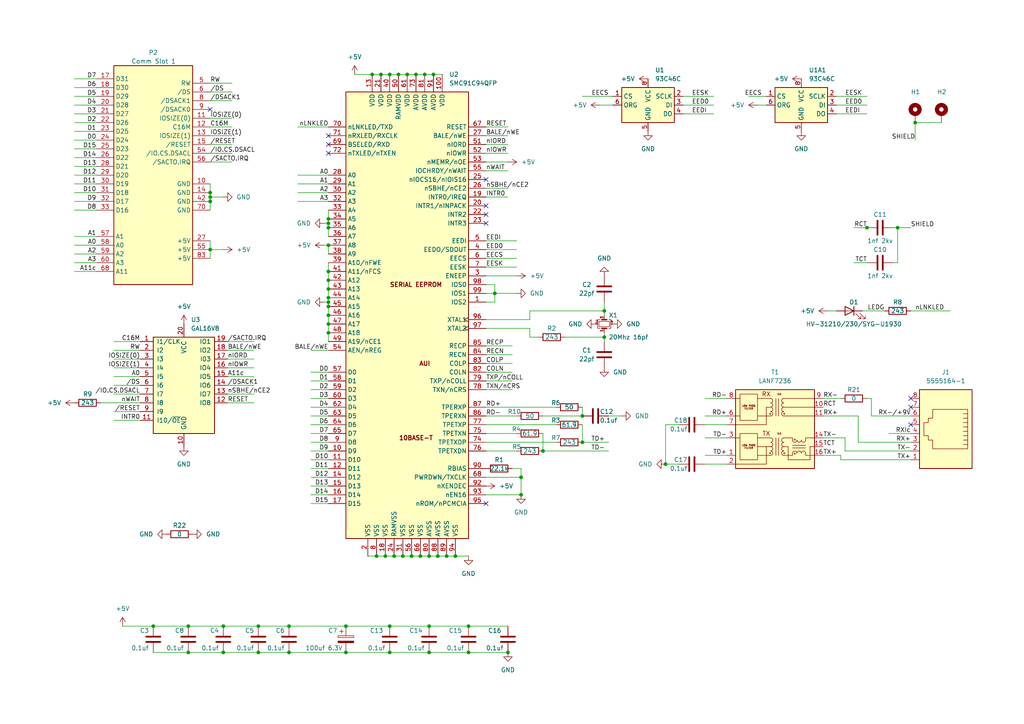
<source format=kicad_sch>
(kicad_sch (version 20231120) (generator "eeschema") (generator_version "8.0")
  (paper "A4")
  (lib_symbols
    (symbol "+5V_1" (power) (pin_names (offset 0))
      (property "Value" "+5V_1" (at 0 3.556 0))
      (symbol "+5V_1_1_1"
        (pin power_in line (at 0 0 90) (length 0) hide (name "+5V") (number "1"))
      )
    )
    (symbol "Connector:Conn_Coaxial" (pin_names (offset 1.016) hide)
      (property "Reference" "J" (at 0.254 3.048 0))
      (property "Value" "Conn_Coaxial" (at 2.921 0 90))
      (symbol "Conn_Coaxial_1_1"
        (pin passive line (at -5.08 0 0) (length 2.54) (name "In") (number "1"))
        (pin passive line (at 0 -5.08 90) (length 2.54) (name "Ext") (number "2"))
      )
    )
    (symbol "Connector:RJ45" (pin_names (offset 1.016))
      (property "Reference" "J" (at -5.08 13.97 0))
      (property "Value" "RJ45" (at 2.54 13.97 0))
      (symbol "RJ45_1_1"
        (pin passive line (at 10.16 -7.62 180) (length 2.54) (name "~") (number "1"))
        (pin passive line (at 10.16 -5.08 180) (length 2.54) (name "~") (number "2"))
        (pin passive line (at 10.16 -2.54 180) (length 2.54) (name "~") (number "3"))
        (pin passive line (at 10.16 0 180) (length 2.54) (name "~") (number "4"))
        (pin passive line (at 10.16 2.54 180) (length 2.54) (name "~") (number "5"))
        (pin passive line (at 10.16 5.08 180) (length 2.54) (name "~") (number "6"))
        (pin passive line (at 10.16 7.62 180) (length 2.54) (name "~") (number "7"))
        (pin passive line (at 10.16 10.16 180) (length 2.54) (name "~") (number "8"))
      )
    )
    (symbol "Connector:RJ45_Amphenol_RJMG1BD3B8K1ANR"
      (property "Reference" "J" (at 19.05 15.24 0))
      (property "Value" "RJ45_Amphenol_RJMG1BD3B8K1ANR" (at -19.05 15.24 0))
      (symbol "RJ45_Amphenol_RJMG1BD3B8K1ANR_0_0"
        (text "1000pF" (at 0 -1.651 0) (effects (font (size 0.762 0.762))))
        (text "75" (at -4.445 2.54 0) (effects (font (size 0.762 0.762))))
        (text "75" (at -4.445 10.16 0) (effects (font (size 0.762 0.762))))
        (text "75" (at -0.635 2.54 0) (effects (font (size 0.762 0.762))))
        (text "75" (at -0.635 10.16 0) (effects (font (size 0.762 0.762))))
        (text "C1" (at 3.175 12.065 0) (effects (font (size 0.889 0.889))))
        (text "C2" (at 3.175 8.255 0) (effects (font (size 0.889 0.889))))
        (text "C3" (at 3.175 4.445 0) (effects (font (size 0.889 0.889))))
        (text "C4" (at 3.175 10.795 0) (effects (font (size 0.889 0.889))))
        (text "C5" (at 3.175 9.525 0) (effects (font (size 0.889 0.889))))
        (text "C6" (at 3.175 0.635 0) (effects (font (size 0.889 0.889))))
        (text "C7" (at 3.175 3.175 0) (effects (font (size 0.889 0.889))))
        (text "C8" (at 3.175 1.905 0) (effects (font (size 0.889 0.889))))
        (text "GREEN" (at -6.985 -6.35 0) (effects (font (size 0.762 0.762)) (justify left)))
        (text "RCV" (at -8.255 -0.635 0) (effects (font (size 1.016 1.016)) (justify left)))
        (text "XMIT" (at -8.255 6.985 0) (effects (font (size 1.016 1.016)) (justify left)))
        (text "YELLOW" (at -6.985 -11.43 0) (effects (font (size 0.762 0.762)) (justify left)))
      )
      (symbol "RJ45_Amphenol_RJMG1BD3B8K1ANR_1_1"
        (pin passive line (at 22.86 -10.16 180) (length 3.81) (name "SHIELD") (number "13"))
        (pin passive line (at -22.86 -10.16 0) (length 3.81) (name "LEDY_A") (number "L1"))
        (pin passive line (at -22.86 -12.7 0) (length 3.81) (name "LEDY_K") (number "L2"))
        (pin passive line (at -22.86 -7.62 0) (length 3.81) (name "LEDG_K") (number "L3"))
        (pin passive line (at -22.86 -5.08 0) (length 3.81) (name "LEDG_A") (number "L4"))
        (pin passive line (at -22.86 12.7 0) (length 3.81) (name "TD+") (number "R1"))
        (pin passive line (at -22.86 7.62 0) (length 3.81) (name "TD-") (number "R2"))
        (pin passive line (at -22.86 5.08 0) (length 3.81) (name "RD+") (number "R3"))
        (pin passive line (at -22.86 10.16 0) (length 3.81) (name "TCT") (number "R4"))
        (pin passive line (at -22.86 2.54 0) (length 3.81) (name "RCT") (number "R5"))
        (pin passive line (at -22.86 0 0) (length 3.81) (name "RD-") (number "R6"))
        (pin no_connect line (at 5.08 -5.08 0) (length 0) hide (name "NC") (number "R7"))
        (pin power_in line (at 0 -17.78 90) (length 3.81) (name "GND") (number "R8"))
      )
    )
    (symbol "Device:C" (pin_numbers hide) (pin_names (offset 0.254))
      (property "Reference" "C" (at 0.635 2.54 0))
      (property "Value" "C" (at 0.635 -2.54 0))
      (symbol "C_1_1"
        (pin passive line (at 0 3.81 270) (length 2.794) (name "~") (number "1"))
        (pin passive line (at 0 -3.81 90) (length 2.794) (name "~") (number "2"))
      )
    )
    (symbol "Device:C_Polarized" (pin_numbers hide) (pin_names (offset 0.254))
      (property "Reference" "C" (at 0.635 2.54 0))
      (property "Value" "C_Polarized" (at 0.635 -2.54 0))
      (symbol "C_Polarized_1_1"
        (pin passive line (at 0 3.81 270) (length 2.794) (name "~") (number "1"))
        (pin passive line (at 0 -3.81 90) (length 2.794) (name "~") (number "2"))
      )
    )
    (symbol "Device:Crystal_GND24_Small" (pin_names (offset 1.016) hide)
      (property "Reference" "Y" (at 1.27 4.445 0))
      (property "Value" "Crystal_GND24_Small" (at 1.27 2.54 0))
      (symbol "Crystal_GND24_Small_1_1"
        (pin passive line (at -2.54 0 0) (length 1.27) (name "1") (number "1"))
        (pin passive line (at 0 -2.54 90) (length 0.635) (name "2") (number "2"))
        (pin passive line (at 2.54 0 180) (length 1.27) (name "3") (number "3"))
        (pin passive line (at 0 2.54 270) (length 0.635) (name "4") (number "4"))
      )
    )
    (symbol "Device:LED" (pin_numbers hide) (pin_names (offset 1.016) hide)
      (property "Reference" "D" (at 0 2.54 0))
      (property "Value" "LED" (at 0 -2.54 0))
      (symbol "LED_1_1"
        (pin passive line (at -3.81 0 0) (length 2.54) (name "K") (number "1"))
        (pin passive line (at 3.81 0 180) (length 2.54) (name "A") (number "2"))
      )
    )
    (symbol "Device:R" (pin_numbers hide) (pin_names (offset 0))
      (property "Reference" "R" (at 2.032 0 90))
      (property "Value" "R" (at 0 0 90))
      (symbol "R_1_1"
        (pin passive line (at 0 3.81 270) (length 1.27) (name "~") (number "1"))
        (pin passive line (at 0 -3.81 90) (length 1.27) (name "~") (number "2"))
      )
    )
    (symbol "GND_1" (power) (pin_names (offset 0))
      (property "Value" "GND_1" (at 0 -3.81 0))
      (symbol "GND_1_1_1"
        (pin power_in line (at 0 0 270) (length 0) hide (name "GND") (number "1"))
      )
    )
    (symbol "Logic_Programmable:GAL16V8" (pin_names (offset 1.016))
      (property "Reference" "U" (at -8.89 16.51 0))
      (property "Value" "GAL16V8" (at 1.27 16.51 0))
      (symbol "GAL16V8_0_0"
        (pin power_in line (at 0 -17.78 90) (length 3.81) (name "GND") (number "10"))
        (pin power_in line (at 0 17.78 270) (length 3.81) (name "VCC") (number "20"))
      )
      (symbol "GAL16V8_1_1"
        (pin input line (at -12.7 12.7 0) (length 3.81) (name "I1/CLK") (number "1"))
        (pin input line (at -12.7 -10.16 0) (length 3.81) (name "I10/~{OE}") (number "11"))
        (pin tri_state line (at 12.7 -5.08 180) (length 3.81) (name "IO8") (number "12"))
        (pin tri_state line (at 12.7 -2.54 180) (length 3.81) (name "IO7") (number "13"))
        (pin tri_state line (at 12.7 0 180) (length 3.81) (name "IO6") (number "14"))
        (pin tri_state line (at 12.7 2.54 180) (length 3.81) (name "IO5") (number "15"))
        (pin tri_state line (at 12.7 5.08 180) (length 3.81) (name "IO4") (number "16"))
        (pin tri_state line (at 12.7 7.62 180) (length 3.81) (name "I03") (number "17"))
        (pin tri_state line (at 12.7 10.16 180) (length 3.81) (name "IO2") (number "18"))
        (pin tri_state line (at 12.7 12.7 180) (length 3.81) (name "IO1") (number "19"))
        (pin input line (at -12.7 10.16 0) (length 3.81) (name "I2") (number "2"))
        (pin input line (at -12.7 7.62 0) (length 3.81) (name "I3") (number "3"))
        (pin input line (at -12.7 5.08 0) (length 3.81) (name "I4") (number "4"))
        (pin input line (at -12.7 2.54 0) (length 3.81) (name "I5") (number "5"))
        (pin input line (at -12.7 0 0) (length 3.81) (name "I6") (number "6"))
        (pin input line (at -12.7 -2.54 0) (length 3.81) (name "I7") (number "7"))
        (pin input line (at -12.7 -5.08 0) (length 3.81) (name "I8") (number "8"))
        (pin input line (at -12.7 -7.62 0) (length 3.81) (name "I9") (number "9"))
      )
    )
    (symbol "Mechanical:MountingHole_Pad" (pin_numbers hide) (pin_names (offset 1.016) hide)
      (property "Reference" "H" (at 0 6.35 0))
      (property "Value" "MountingHole_Pad" (at 0 4.445 0))
      (symbol "MountingHole_Pad_1_1"
        (pin input line (at 0 -2.54 90) (length 2.54) (name "1") (number "1"))
      )
    )
    (symbol "Memory_EEPROM:93CxxC"
      (property "Reference" "U" (at -7.62 6.35 0))
      (property "Value" "93CxxC" (at 2.54 -6.35 0))
      (symbol "93CxxC_1_1"
        (pin input line (at -10.16 2.54 0) (length 2.54) (name "CS") (number "1"))
        (pin input line (at 10.16 2.54 180) (length 2.54) (name "SCLK") (number "2"))
        (pin input line (at 10.16 0 180) (length 2.54) (name "DI") (number "3"))
        (pin tri_state line (at 10.16 -2.54 180) (length 2.54) (name "DO") (number "4"))
        (pin power_in line (at 0 -7.62 90) (length 2.54) (name "GND") (number "5"))
        (pin input line (at -10.16 0 0) (length 2.54) (name "ORG") (number "6"))
        (pin no_connect line (at -7.62 -2.54 0) (length 2.54) hide (name "NC") (number "7"))
        (pin power_in line (at 0 7.62 270) (length 2.54) (name "VCC") (number "8"))
      )
    )
    (symbol "alxlab:AM3F-Z_1KVDC-3KVDC-5.2KVDC"
      (property "Reference" "U" (at 0 11.43 0))
      (property "Value" "AM3F_1KVDC-3KVDC-5.2KVDC" (at 0 8.89 0))
      (symbol "AM3F-Z_1KVDC-3KVDC-5.2KVDC_1_1"
        (pin power_in line (at -12.7 -5.08 0) (length 2.54) (name "+VIN") (number "1"))
        (pin power_out line (at 12.7 -1.27 180) (length 2.54) (name "-VOUT") (number "10"))
        (pin power_out line (at 12.7 -5.08 180) (length 2.54) (name "+VOUT") (number "11"))
        (pin power_in line (at -12.7 2.54 0) (length 2.54) (name "-VIN") (number "12"))
        (pin power_in line (at -12.7 5.08 0) (length 2.54) (name "-VIN") (number "2"))
        (pin no_connect line (at -12.7 -1.27 0) (length 2.54) hide (name "NC") (number "3"))
        (pin no_connect line (at 12.7 5.08 180) (length 2.54) hide (name "NC") (number "9"))
      )
    )
    (symbol "alxlab:CYB8392" (pin_names (offset 1.016))
      (property "Reference" "U" (at 19.304 19.558 0))
      (property "Value" "CYB8392" (at 19.304 17.018 0))
      (symbol "CYB8392_1_1"
        (pin passive line (at 22.86 -10.16 180) (length 3.81) (name "CDS") (number "1"))
        (pin power_in line (at -2.54 19.05 270) (length 3.81) (name "VEE") (number "10"))
        (pin power_in line (at 0 19.05 270) (length 3.81) (name "VEE") (number "11"))
        (pin output line (at 22.86 0 180) (length 3.81) (name "RX-") (number "12"))
        (pin input line (at -22.86 8.89 0) (length 3.81) (name "TX+") (number "13"))
        (pin input line (at -22.86 6.35 0) (length 3.81) (name "TX-") (number "14"))
        (pin input line (at -22.86 1.27 0) (length 3.81) (name "HBE") (number "15"))
        (pin power_in line (at -5.08 -20.32 90) (length 3.81) (name "GND") (number "16"))
        (pin power_in line (at 5.08 -20.32 90) (length 3.81) (name "GND") (number "17"))
        (pin input line (at -22.86 -3.81 0) (length 3.81) (name "RR+") (number "18"))
        (pin input line (at -22.86 -6.35 0) (length 3.81) (name "RR-") (number "19"))
        (pin output line (at 22.86 8.89 180) (length 3.81) (name "CD+") (number "2"))
        (pin power_in line (at 2.54 19.05 270) (length 3.81) (name "VEE") (number "20"))
        (pin power_in line (at 5.08 19.05 270) (length 3.81) (name "VEE") (number "21"))
        (pin power_in line (at 7.62 19.05 270) (length 3.81) (name "VEE") (number "22"))
        (pin power_in line (at 10.16 19.05 270) (length 3.81) (name "VEE") (number "23"))
        (pin power_in line (at 12.7 19.05 270) (length 3.81) (name "VEE") (number "24"))
        (pin power_in line (at 15.24 19.05 270) (length 3.81) (name "VEE") (number "25"))
        (pin input line (at -22.86 -11.43 0) (length 3.81) (name "RXI") (number "26"))
        (pin no_connect line (at 19.05 -13.97 0) (length 0) hide (name "") (number "27"))
        (pin output line (at 22.86 -5.08 180) (length 3.81) (name "TXO") (number "28"))
        (pin output line (at 22.86 6.35 180) (length 3.81) (name "CD-") (number "3"))
        (pin output line (at 22.86 2.54 180) (length 3.81) (name "RX+") (number "4"))
        (pin power_in line (at -15.24 19.05 270) (length 3.81) (name "VEE") (number "5"))
        (pin power_in line (at -12.7 19.05 270) (length 3.81) (name "VEE") (number "6"))
        (pin power_in line (at -10.16 19.05 270) (length 3.81) (name "VEE") (number "7"))
        (pin power_in line (at -7.62 19.05 270) (length 3.81) (name "VEE") (number "8"))
        (pin power_in line (at -5.08 19.05 270) (length 3.81) (name "VEE") (number "9"))
      )
    )
    (symbol "alxlab:Farallon_EtherMac_LC_Comm_Card_BUS_Apple_Macintosh_Comm_Slot_I"
      (symbol "Farallon_EtherMac_LC_Comm_Card_BUS_Apple_Macintosh_Comm_Slot_I_1_1"
        (pin power_out line (at 16.51 -2.54 180) (length 5.08) (name "GND") (number "10"))
        (pin bidirectional line (at 16.51 16.51 180) (length 5.08) (name "IOSIZE(0)") (number "11"))
        (pin bidirectional line (at 16.51 13.97 180) (length 5.08) (name "C16M") (number "12"))
        (pin bidirectional line (at 16.51 11.43 180) (length 5.08) (name "IOSIZE(1)") (number "13"))
        (pin power_out line (at 16.51 -5.08 180) (length 5.08) (name "GND") (number "14"))
        (pin bidirectional line (at 16.51 8.89 180) (length 5.08) (name "/RESET") (number "15"))
        (pin bidirectional line (at -16.51 27.94 0) (length 5.08) (name "D31") (number "17"))
        (pin bidirectional line (at -16.51 25.4 0) (length 5.08) (name "D30") (number "18"))
        (pin bidirectional line (at -16.51 22.86 0) (length 5.08) (name "D29") (number "19"))
        (pin bidirectional line (at -16.51 20.32 0) (length 5.08) (name "D28") (number "20"))
        (pin bidirectional line (at -16.51 17.78 0) (length 5.08) (name "D27") (number "21"))
        (pin bidirectional line (at -16.51 15.24 0) (length 5.08) (name "D26") (number "22"))
        (pin bidirectional line (at -16.51 12.7 0) (length 5.08) (name "D25") (number "23"))
        (pin bidirectional line (at -16.51 10.16 0) (length 5.08) (name "D24") (number "24"))
        (pin bidirectional line (at -16.51 7.62 0) (length 5.08) (name "D23") (number "25"))
        (pin bidirectional line (at -16.51 5.08 0) (length 5.08) (name "D22") (number "26"))
        (pin power_in line (at 16.51 -19.05 180) (length 5.08) (name "+5V") (number "27"))
        (pin bidirectional line (at -16.51 2.54 0) (length 5.08) (name "D21") (number "28"))
        (pin bidirectional line (at -16.51 0 0) (length 5.08) (name "D20") (number "29"))
        (pin bidirectional line (at -16.51 -2.54 0) (length 5.08) (name "D19") (number "30"))
        (pin bidirectional line (at -16.51 -5.08 0) (length 5.08) (name "D18") (number "31"))
        (pin bidirectional line (at -16.51 -7.62 0) (length 5.08) (name "D17") (number "32"))
        (pin bidirectional line (at -16.51 -10.16 0) (length 5.08) (name "D16") (number "33"))
        (pin power_out line (at 16.51 -7.62 180) (length 5.08) (name "GND") (number "42"))
        (pin bidirectional line (at 16.51 26.67 180) (length 5.08) (name "RW") (number "5"))
        (pin bidirectional line (at 16.51 6.35 180) (length 5.08) (name "/IO.CS.DSACL") (number "54"))
        (pin power_out line (at 16.51 -21.59 180) (length 5.08) (name "+5V") (number "55"))
        (pin bidirectional line (at 16.51 3.81 180) (length 5.08) (name "/SACTO.IRQ") (number "56"))
        (pin bidirectional line (at -16.51 -17.78 0) (length 5.08) (name "A1") (number "57"))
        (pin bidirectional line (at -16.51 -20.32 0) (length 5.08) (name "A0") (number "58"))
        (pin bidirectional line (at -16.51 -22.86 0) (length 5.08) (name "A2") (number "59"))
        (pin bidirectional line (at 16.51 24.13 180) (length 5.08) (name "/DS") (number "6"))
        (pin bidirectional line (at -16.51 -25.4 0) (length 5.08) (name "A3") (number "60"))
        (pin bidirectional line (at -16.51 -27.94 0) (length 5.08) (name "A11") (number "68"))
        (pin power_out line (at 16.51 -10.16 180) (length 5.08) (name "GND") (number "70"))
        (pin bidirectional line (at 16.51 21.59 180) (length 5.08) (name "/DSACK1") (number "8"))
        (pin power_out line (at 16.51 -24.13 180) (length 5.08) (name "+5V") (number "83"))
        (pin bidirectional line (at 16.51 19.05 180) (length 5.08) (name "/DSACK0") (number "9"))
      )
    )
    (symbol "alxlab:LANF7236" (pin_names hide)
      (property "Reference" "TR" (at 0 11.43 0))
      (property "Value" "LANF7236" (at 0 -14.605 0))
      (symbol "LANF7236_1_1"
        (text "1:1" (at 1.27 -2.54 0) (effects (font (size 0.508 0.508))))
        (text "1:1" (at 1.27 8.89 0) (effects (font (size 0.508 0.508))))
        (text "LOW PASS\nFILTER" (at -7.62 -6.35 0) (effects (font (size 0.508 0.508))))
        (text "LOW PASS\nFILTER" (at -7.62 5.08 0) (effects (font (size 0.508 0.508))))
        (text "RX" (at -2.54 8.89 0) (effects (font (size 1.27 1.27))))
        (text "TX" (at -2.54 -2.54 0) (effects (font (size 1.27 1.27))))
        (pin passive line (at -13.97 -8.89 0) (length 2.54) (name "TD+") (number "1"))
        (pin passive line (at 13.97 5.08 180) (length 2.54) (name "C_RX") (number "10"))
        (pin passive line (at 13.97 2.54 180) (length 2.54) (name "RX+") (number "11"))
        (pin no_connect line (at -2.54 -12.7 90) (length 2.54) hide (name "NC") (number "12"))
        (pin no_connect line (at 2.54 -12.7 90) (length 2.54) hide (name "NC") (number "13"))
        (pin passive line (at 13.97 -3.81 180) (length 2.54) (name "TX-") (number "14"))
        (pin passive line (at 13.97 -6.35 180) (length 2.54) (name "C_TX") (number "15"))
        (pin passive line (at 13.97 -8.89 180) (length 2.54) (name "TX+") (number "16"))
        (pin passive line (at -13.97 -11.43 0) (length 2.54) (name "C_TD") (number "2"))
        (pin passive line (at -13.97 -3.81 0) (length 2.54) (name "TD-") (number "3"))
        (pin no_connect line (at -2.54 10.16 270) (length 2.54) hide (name "NC") (number "4"))
        (pin no_connect line (at 2.54 10.16 270) (length 2.54) hide (name "NC") (number "5"))
        (pin passive line (at -13.97 2.54 0) (length 2.54) (name "RD+") (number "6"))
        (pin passive line (at -13.97 0 0) (length 2.54) (name "C_RD") (number "7"))
        (pin passive line (at -13.97 7.62 0) (length 2.54) (name "RD-") (number "8"))
        (pin passive line (at 13.97 7.62 180) (length 2.54) (name "RX-") (number "9"))
      )
    )
    (symbol "alxlab:MMBD4148CA" (pin_names (offset 1.016) hide)
      (property "Reference" "D" (at 3.81 2.54 0))
      (property "Value" "MMBD4148CA" (at 3.81 0 0))
      (symbol "MMBD4148CA_1_1"
        (pin passive line (at -2.54 5.08 270) (length 2.54) (name "K") (number "1"))
        (pin passive line (at 2.54 5.08 270) (length 2.54) (name "K") (number "2"))
        (pin passive line (at 0 -5.08 90) (length 2.54) (name "A") (number "3"))
      )
    )
    (symbol "alxlab:SMC91C94QFP"
      (property "Reference" "U" (at -17.78 64.77 0))
      (property "Value" "SMC91C94QFP" (at 12.7 64.77 0))
      (symbol "SMC91C94QFP_0_0"
        (text "10BASE-T" (at 2.54 -36.83 0) (effects (font (size 1.27 1.27) (bold yes))))
        (text "AUI" (at 5.08 -15.24 0) (effects (font (size 1.27 1.27) (bold yes))))
        (text "SERIAL EEPROM" (at 2.54 7.62 0) (effects (font (size 1.27 1.27) (bold yes))))
      )
      (symbol "SMC91C94QFP_1_1"
        (pin input line (at 22.86 2.54 180) (length 5.08) (name "IOS2") (number "1"))
        (pin bidirectional line (at -22.86 -40.64 0) (length 5.08) (name "D9") (number "10"))
        (pin power_in line (at 10.16 68.58 270) (length 5.08) (name "VDD") (number "100"))
        (pin bidirectional line (at -22.86 -43.18 0) (length 5.08) (name "D10") (number "11"))
        (pin bidirectional line (at -22.86 -45.72 0) (length 5.08) (name "D11") (number "12"))
        (pin power_in line (at -10.16 68.58 270) (length 5.08) (name "VDD") (number "13"))
        (pin bidirectional line (at -22.86 -48.26 0) (length 5.08) (name "D12") (number "14"))
        (pin bidirectional line (at -22.86 -50.8 0) (length 5.08) (name "D13") (number "15"))
        (pin bidirectional line (at -22.86 -53.34 0) (length 5.08) (name "D14") (number "16"))
        (pin bidirectional line (at -22.86 -55.88 0) (length 5.08) (name "D15") (number "17"))
        (pin power_in line (at -6.35 -71.12 90) (length 5.08) (name "VSS") (number "18"))
        (pin output line (at 22.86 33.02 180) (length 5.08) (name "INTR0/IREQ") (number "19"))
        (pin power_in line (at -11.43 -71.12 90) (length 5.08) (name "VSS") (number "2"))
        (pin output line (at 22.86 30.48 180) (length 5.08) (name "INTR1/nINPACK") (number "20"))
        (pin power_in line (at -7.62 68.58 270) (length 5.08) (name "VDD") (number "21"))
        (pin output line (at 22.86 27.94 180) (length 5.08) (name "INTR2") (number "22"))
        (pin output line (at 22.86 25.4 180) (length 5.08) (name "INTR3") (number "23"))
        (pin power_in line (at -3.81 -71.12 90) (length 5.08) (name "RAMVSS") (number "24"))
        (pin output line (at 22.86 38.1 180) (length 5.08) (name "nIOCS16/nIOIS16") (number "25"))
        (pin input line (at 22.86 35.56 180) (length 5.08) (name "nSBHE/nCE2") (number "26"))
        (pin input line (at 22.86 50.8 180) (length 5.08) (name "BALE/nWE") (number "27"))
        (pin input line (at -22.86 39.37 0) (length 5.08) (name "A0") (number "28"))
        (pin input line (at -22.86 36.83 0) (length 5.08) (name "A1") (number "29"))
        (pin input line (at 22.86 10.16 180) (length 5.08) (name "ENEEP") (number "3"))
        (pin input line (at -22.86 34.29 0) (length 5.08) (name "A2") (number "30"))
        (pin power_in line (at -1.27 -71.12 90) (length 5.08) (name "VSS") (number "31"))
        (pin input line (at -22.86 31.75 0) (length 5.08) (name "A3") (number "32"))
        (pin input line (at -22.86 29.21 0) (length 5.08) (name "A4") (number "33"))
        (pin input line (at -22.86 26.67 0) (length 5.08) (name "A5") (number "34"))
        (pin input line (at -22.86 24.13 0) (length 5.08) (name "A6") (number "35"))
        (pin input line (at -22.86 21.59 0) (length 5.08) (name "A7") (number "36"))
        (pin input line (at -22.86 19.05 0) (length 5.08) (name "A8") (number "37"))
        (pin input line (at -22.86 16.51 0) (length 5.08) (name "A9") (number "38"))
        (pin bidirectional line (at -22.86 13.97 0) (length 5.08) (name "A10/nFWE") (number "39"))
        (pin output line (at 22.86 17.78 180) (length 5.08) (name "EEDO/SDOUT") (number "4"))
        (pin power_in line (at -5.08 68.58 270) (length 5.08) (name "VDD") (number "40"))
        (pin bidirectional line (at -22.86 11.43 0) (length 5.08) (name "A11/nFCS") (number "41"))
        (pin input line (at -22.86 8.89 0) (length 5.08) (name "A12") (number "42"))
        (pin input line (at -22.86 6.35 0) (length 5.08) (name "A13") (number "43"))
        (pin input line (at -22.86 3.81 0) (length 5.08) (name "A14") (number "44"))
        (pin input line (at -22.86 1.27 0) (length 5.08) (name "A15") (number "45"))
        (pin input line (at -22.86 -1.27 0) (length 5.08) (name "A16") (number "46"))
        (pin input line (at -22.86 -3.81 0) (length 5.08) (name "A17") (number "47"))
        (pin input line (at -22.86 -6.35 0) (length 5.08) (name "A18") (number "48"))
        (pin input line (at -22.86 -8.89 0) (length 5.08) (name "A19/nCE1") (number "49"))
        (pin input line (at 22.86 20.32 180) (length 5.08) (name "EEDI") (number "5"))
        (pin power_in line (at -2.54 68.58 270) (length 5.08) (name "RAMVDD") (number "50"))
        (pin input line (at 22.86 48.26 180) (length 5.08) (name "nIORD") (number "51"))
        (pin input line (at 22.86 45.72 180) (length 5.08) (name "nIOWR") (number "52"))
        (pin input line (at 22.86 43.18 180) (length 5.08) (name "nMEMR/nOE") (number "53"))
        (pin input line (at -22.86 -11.43 0) (length 5.08) (name "AEN/nREG") (number "54"))
        (pin output line (at 22.86 40.64 180) (length 5.08) (name "IOCHRDY/nWAIT") (number "55"))
        (pin power_in line (at 1.27 -71.12 90) (length 5.08) (name "VSS") (number "56"))
        (pin bidirectional line (at -22.86 -17.78 0) (length 5.08) (name "D0") (number "57"))
        (pin bidirectional line (at -22.86 -20.32 0) (length 5.08) (name "D1") (number "58"))
        (pin bidirectional line (at -22.86 -22.86 0) (length 5.08) (name "D2") (number "59"))
        (pin output line (at 22.86 15.24 180) (length 5.08) (name "EECS") (number "6"))
        (pin bidirectional line (at -22.86 -25.4 0) (length 5.08) (name "D3") (number "60"))
        (pin power_in line (at 0 68.58 270) (length 5.08) (name "VDD") (number "61"))
        (pin bidirectional line (at -22.86 -27.94 0) (length 5.08) (name "D4") (number "62"))
        (pin bidirectional line (at -22.86 -30.48 0) (length 5.08) (name "D5") (number "63"))
        (pin bidirectional line (at -22.86 -33.02 0) (length 5.08) (name "D6") (number "64"))
        (pin bidirectional line (at -22.86 -35.56 0) (length 5.08) (name "D7") (number "65"))
        (pin power_in line (at 3.81 -71.12 90) (length 5.08) (name "VSS") (number "66"))
        (pin input line (at 22.86 53.34 180) (length 5.08) (name "RESET") (number "67"))
        (pin input line (at 22.86 -48.26 180) (length 5.08) (name "PWRDWN/TXCLK") (number "68"))
        (pin bidirectional line (at -22.86 48.26 0) (length 5.08) (name "BSELED/RXD") (number "69"))
        (pin output line (at 22.86 12.7 180) (length 5.08) (name "EESK") (number "7"))
        (pin output line (at -22.86 53.34 0) (length 5.08) (name "nLNKLED/TXD") (number "70"))
        (pin bidirectional line (at -22.86 50.8 0) (length 5.08) (name "nRXLED/RXCLK") (number "71"))
        (pin output line (at -22.86 45.72 0) (length 5.08) (name "nTXLED/nTXEN") (number "72"))
        (pin power_in line (at 2.54 68.58 270) (length 5.08) (name "AVDD") (number "73"))
        (pin output line (at 22.86 -38.1 180) (length 5.08) (name "TPETXDP") (number "74"))
        (pin output line (at 22.86 -35.56 180) (length 5.08) (name "TPETXN") (number "75"))
        (pin output line (at 22.86 -40.64 180) (length 5.08) (name "TPETXDN") (number "76"))
        (pin output line (at 22.86 -33.02 180) (length 5.08) (name "TPETXP") (number "77"))
        (pin bidirectional line (at 22.86 -22.86 180) (length 5.08) (name "TXN/nCRS") (number "78"))
        (pin bidirectional line (at 22.86 -20.32 180) (length 5.08) (name "TXP/nCOLL") (number "79"))
        (pin power_in line (at -8.89 -71.12 90) (length 5.08) (name "VSS") (number "8"))
        (pin power_in line (at 6.35 -71.12 90) (length 5.08) (name "AVSS") (number "80"))
        (pin power_in line (at 5.08 68.58 270) (length 5.08) (name "AVDD") (number "81"))
        (pin input line (at 22.86 -17.78 180) (length 5.08) (name "COLN") (number "82"))
        (pin input line (at 22.86 -15.24 180) (length 5.08) (name "COLP") (number "83"))
        (pin input line (at 22.86 -12.7 180) (length 5.08) (name "RECN") (number "84"))
        (pin input line (at 22.86 -10.16 180) (length 5.08) (name "RECP") (number "85"))
        (pin input line (at 22.86 -30.48 180) (length 5.08) (name "TPERXN") (number "86"))
        (pin input line (at 22.86 -27.94 180) (length 5.08) (name "TPERXP") (number "87"))
        (pin bidirectional line (at 8.89 -71.12 90) (length 5.08) (name "AVSS") (number "88"))
        (pin power_in line (at 11.43 -71.12 90) (length 5.08) (name "AVSS") (number "89"))
        (pin bidirectional line (at -22.86 -38.1 0) (length 5.08) (name "D8") (number "9"))
        (pin power_in line (at 22.86 -45.72 180) (length 5.08) (name "RBIAS") (number "90"))
        (pin power_in line (at 7.62 68.58 270) (length 5.08) (name "AVDD") (number "91"))
        (pin input line (at 22.86 -50.8 180) (length 5.08) (name "nXENDEC") (number "92"))
        (pin input line (at 22.86 -53.34 180) (length 5.08) (name "nEN16") (number "93"))
        (pin power_in line (at 13.97 -71.12 90) (length 5.08) (name "VSS") (number "94"))
        (pin bidirectional line (at 22.86 -55.88 180) (length 5.08) (name "nROM/nPCMCIA") (number "95"))
        (pin input clock (at 22.86 -2.54 180) (length 5.08) (name "XTAL1") (number "96"))
        (pin input clock (at 22.86 -5.08 180) (length 5.08) (name "XTAL2") (number "97"))
        (pin input line (at 22.86 7.62 180) (length 5.08) (name "IOS0") (number "98"))
        (pin input line (at 22.86 5.08 180) (length 5.08) (name "IOS1") (number "99"))
      )
    )
    (symbol "alxlab:TD01-1006KRL" (pin_names hide)
      (property "Reference" "TR" (at -7.747 16.891 0))
      (property "Value" "TD01-1006KRL" (at 3.683 16.891 0))
      (symbol "TD01-1006KRL_1_1"
        (pin passive line (at -6.35 -12.7 0) (length 2.54) (name "MX1+") (number "1"))
        (pin passive line (at 6.35 7.62 180) (length 2.54) (name "TD3+") (number "10"))
        (pin no_connect line (at 6.35 5.08 180) (length 2.54) hide (name "NC") (number "11"))
        (pin passive line (at 6.35 1.27 180) (length 2.54) (name "TD2-") (number "12"))
        (pin passive line (at 6.35 -2.54 180) (length 2.54) (name "TD2+") (number "13"))
        (pin no_connect line (at 6.35 -5.08 180) (length 2.54) hide (name "NC") (number "14"))
        (pin passive line (at 6.35 -8.89 180) (length 2.54) (name "TD1-") (number "15"))
        (pin passive line (at 6.35 -12.7 180) (length 2.54) (name "TD1+") (number "16"))
        (pin passive line (at -6.35 -8.89 0) (length 2.54) (name "MX1-") (number "2"))
        (pin no_connect line (at -6.35 -5.08 0) (length 2.54) hide (name "NC") (number "3"))
        (pin passive line (at -6.35 -2.54 0) (length 2.54) (name "MX2+") (number "4"))
        (pin passive line (at -6.35 1.27 0) (length 2.54) (name "MX2-") (number "5"))
        (pin no_connect line (at -6.35 5.08 0) (length 2.54) hide (name "MCT4") (number "6"))
        (pin passive line (at -6.35 7.62 0) (length 2.54) (name "MX3+") (number "7"))
        (pin passive line (at -6.35 11.43 0) (length 2.54) (name "MX3-") (number "8"))
        (pin passive line (at 6.35 11.43 180) (length 2.54) (name "TD3-") (number "9"))
      )
    )
    (symbol "power:+5V" (power) (pin_names (offset 0))
      (property "Value" "+5V" (at 0 3.556 0))
      (symbol "+5V_1_1"
        (pin power_in line (at 0 0 90) (length 0) hide (name "+5V") (number "1"))
      )
    )
    (symbol "power:+9V" (power) (pin_names (offset 0))
      (property "Value" "+9V" (at 0 3.556 0))
      (symbol "+9V_1_1"
        (pin power_in line (at 0 0 90) (length 0) hide (name "+9V") (number "1"))
      )
    )
    (symbol "power:GND" (power) (pin_names (offset 0))
      (property "Value" "GND" (at 0 -3.81 0))
      (symbol "GND_1_1"
        (pin power_in line (at 0 0 270) (length 0) hide (name "GND") (number "1"))
      )
    )
    (symbol "power:VEE" (power) (pin_names (offset 0))
      (property "Value" "VEE" (at 0 3.81 0))
      (symbol "VEE_1_1"
        (pin power_in line (at 0 0 90) (length 0) hide (name "VEE") (number "1"))
      )
    )
  )
  (junction (at 132.08 161.29))
  (junction (at 95.25 71.12))
  (junction (at 157.48 130.81))
  (junction (at 95.25 78.74))
  (junction (at 372.11 -86.36))
  (junction (at 260.35 66.04))
  (junction (at 129.54 161.29))
  (junction (at 375.92 -62.23))
  (junction (at 304.8 -80.01))
  (junction (at 135.89 181.61))
  (junction (at 383.54 -62.23))
  (junction (at 95.25 66.04))
  (junction (at 95.25 86.36))
  (junction (at 111.76 161.29))
  (junction (at 107.95 21.59))
  (junction (at 44.45 181.61))
  (junction (at 54.61 189.23))
  (junction (at 127 161.29))
  (junction (at 124.46 189.23))
  (junction (at 281.94 -58.42))
  (junction (at 115.57 21.59))
  (junction (at 378.46 -22.86))
  (junction (at 265.43 35.56))
  (junction (at 135.89 189.23))
  (junction (at 336.55 -69.85))
  (junction (at 116.84 161.29))
  (junction (at 175.26 97.79))
  (junction (at 83.82 181.61))
  (junction (at 193.04 134.62))
  (junction (at 95.25 64.77))
  (junction (at 373.38 -62.23))
  (junction (at 168.91 120.65))
  (junction (at 118.11 21.59))
  (junction (at 109.22 161.29))
  (junction (at 60.96 57.15))
  (junction (at 398.78 -62.23))
  (junction (at 381 -62.23))
  (junction (at 175.26 90.17))
  (junction (at 114.3 161.29))
  (junction (at 95.25 96.52))
  (junction (at 384.81 -101.6))
  (junction (at 95.25 87.63))
  (junction (at 384.81 -86.36))
  (junction (at 60.96 58.42))
  (junction (at 110.49 21.59))
  (junction (at 100.33 181.61))
  (junction (at 60.96 55.88))
  (junction (at 64.77 189.23))
  (junction (at 151.13 138.43))
  (junction (at 124.46 181.61))
  (junction (at 378.46 -62.23))
  (junction (at 95.25 91.44))
  (junction (at 303.53 -29.21))
  (junction (at 125.73 21.59))
  (junction (at 120.65 21.59))
  (junction (at 372.11 -101.6))
  (junction (at 95.25 83.82))
  (junction (at 95.25 81.28))
  (junction (at 297.18 -69.85))
  (junction (at 384.81 -77.47))
  (junction (at 143.51 85.09))
  (junction (at 370.84 -62.23))
  (junction (at 297.18 -80.01))
  (junction (at 95.25 93.98))
  (junction (at 391.16 -62.23))
  (junction (at 64.77 181.61))
  (junction (at 113.03 21.59))
  (junction (at 83.82 189.23))
  (junction (at 100.33 189.23))
  (junction (at 95.25 63.5))
  (junction (at 74.93 189.23))
  (junction (at 95.25 88.9))
  (junction (at 411.48 -91.44))
  (junction (at 289.56 -48.26))
  (junction (at 54.61 181.61))
  (junction (at 74.93 181.61))
  (junction (at 119.38 161.29))
  (junction (at 123.19 21.59))
  (junction (at 396.24 -62.23))
  (junction (at 124.46 161.29))
  (junction (at 151.13 143.51))
  (junction (at 113.03 181.61))
  (junction (at 393.7 -62.23))
  (junction (at 113.03 189.23))
  (junction (at 251.46 66.04))
  (junction (at 121.92 161.29))
  (junction (at 336.55 -80.01))
  (junction (at 388.62 -62.23))
  (junction (at 60.96 72.39))
  (junction (at 147.32 189.23))
  (junction (at 386.08 -62.23))
  (junction (at 168.91 128.27))
  (no_connect (at 264.16 118.11))
  (no_connect (at 264.16 123.19))
  (no_connect (at 95.25 44.45))
  (no_connect (at 140.97 59.69))
  (no_connect (at 60.96 31.75))
  (no_connect (at 95.25 41.91))
  (no_connect (at 140.97 64.77))
  (no_connect (at 140.97 146.05))
  (no_connect (at 95.25 39.37))
  (no_connect (at 264.16 115.57))
  (no_connect (at 140.97 62.23))
  (no_connect (at 140.97 52.07))
  (wire (pts (xy 115.57 21.59) (xy 118.11 21.59)))
  (wire (pts (xy 140.97 107.95) (xy 148.59 107.95)))
  (wire (pts (xy 143.51 85.09) (xy 140.97 85.09)))
  (wire (pts (xy 238.76 120.65) (xy 248.92 120.65)))
  (wire (pts (xy 416.56 -85.09) (xy 416.56 -86.36)))
  (wire (pts (xy 156.21 97.79) (xy 153.67 97.79)))
  (wire (pts (xy 210.82 120.65) (xy 204.47 120.65)))
  (wire (pts (xy 21.59 38.1) (xy 27.94 38.1)))
  (wire (pts (xy 193.04 123.19) (xy 196.85 123.19)))
  (wire (pts (xy 153.67 97.79) (xy 153.67 95.25)))
  (wire (pts (xy 40.64 116.84) (xy 29.21 116.84)))
  (wire (pts (xy 86.36 55.88) (xy 95.25 55.88)))
  (wire (pts (xy 345.44 -80.01) (xy 336.55 -80.01)))
  (wire (pts (xy 330.2 -69.85) (xy 336.55 -69.85)))
  (wire (pts (xy 95.25 87.63) (xy 95.25 88.9)))
  (wire (pts (xy 304.8 -77.47) (xy 304.8 -80.01)))
  (wire (pts (xy 100.33 181.61) (xy 113.03 181.61)))
  (wire (pts (xy 251.46 66.04) (xy 252.73 66.04)))
  (wire (pts (xy 411.48 -60.96) (xy 416.56 -60.96)))
  (wire (pts (xy 198.12 33.02) (xy 207.01 33.02)))
  (wire (pts (xy 153.67 92.71) (xy 140.97 92.71)))
  (wire (pts (xy 198.12 30.48) (xy 207.01 30.48)))
  (wire (pts (xy 95.25 66.04) (xy 95.25 68.58)))
  (wire (pts (xy 44.45 181.61) (xy 54.61 181.61)))
  (wire (pts (xy 95.25 86.36) (xy 95.25 87.63)))
  (wire (pts (xy 406.4 -52.07) (xy 411.48 -52.07)))
  (wire (pts (xy 140.97 87.63) (xy 143.51 87.63)))
  (wire (pts (xy 140.97 105.41) (xy 148.59 105.41)))
  (wire (pts (xy 356.87 -41.91) (xy 356.87 -39.37)))
  (wire (pts (xy 264.16 90.17) (xy 275.59 90.17)))
  (wire (pts (xy 86.36 53.34) (xy 95.25 53.34)))
  (wire (pts (xy 238.76 127) (xy 245.11 127)))
  (wire (pts (xy 90.17 133.35) (xy 95.25 133.35)))
  (wire (pts (xy 124.46 161.29) (xy 127 161.29)))
  (wire (pts (xy 60.96 57.15) (xy 64.77 57.15)))
  (wire (pts (xy 95.25 73.66) (xy 95.25 71.12)))
  (wire (pts (xy 204.47 127) (xy 210.82 127)))
  (wire (pts (xy 21.59 71.12) (xy 27.94 71.12)))
  (wire (pts (xy 260.35 76.2) (xy 260.35 66.04)))
  (wire (pts (xy 157.48 125.73) (xy 157.48 130.81)))
  (wire (pts (xy 35.56 181.61) (xy 44.45 181.61)))
  (wire (pts (xy 335.28 -49.53) (xy 339.09 -49.53)))
  (wire (pts (xy 90.17 138.43) (xy 95.25 138.43)))
  (wire (pts (xy 60.96 34.29) (xy 67.31 34.29)))
  (wire (pts (xy 140.97 113.03) (xy 148.59 113.03)))
  (wire (pts (xy 416.56 -49.53) (xy 416.56 -53.34)))
  (wire (pts (xy 95.25 88.9) (xy 95.25 91.44)))
  (wire (pts (xy 388.62 -22.86) (xy 378.46 -22.86)))
  (wire (pts (xy 33.02 101.6) (xy 40.64 101.6)))
  (wire (pts (xy 66.04 114.3) (xy 73.66 114.3)))
  (wire (pts (xy 153.67 95.25) (xy 140.97 95.25)))
  (wire (pts (xy 168.91 120.65) (xy 168.91 118.11)))
  (wire (pts (xy 351.79 -34.29) (xy 356.87 -34.29)))
  (wire (pts (xy 411.48 -88.9) (xy 411.48 -91.44)))
  (wire (pts (xy 113.03 181.61) (xy 124.46 181.61)))
  (wire (pts (xy 114.3 161.29) (xy 116.84 161.29)))
  (wire (pts (xy 245.11 127) (xy 245.11 130.81)))
  (wire (pts (xy 66.04 106.68) (xy 73.66 106.68)))
  (wire (pts (xy 66.04 109.22) (xy 73.66 109.22)))
  (wire (pts (xy 297.18 -80.01) (xy 304.8 -80.01)))
  (wire (pts (xy 60.96 72.39) (xy 64.77 72.39)))
  (wire (pts (xy 140.97 123.19) (xy 161.29 123.19)))
  (wire (pts (xy 113.03 21.59) (xy 115.57 21.59)))
  (wire (pts (xy 67.31 29.21) (xy 60.96 29.21)))
  (wire (pts (xy 322.58 -29.21) (xy 311.15 -29.21)))
  (wire (pts (xy 111.76 161.29) (xy 114.3 161.29)))
  (wire (pts (xy 33.02 106.68) (xy 40.64 106.68)))
  (wire (pts (xy 372.11 -86.36) (xy 372.11 -77.47)))
  (wire (pts (xy 132.08 161.29) (xy 135.89 161.29)))
  (wire (pts (xy 281.94 -58.42) (xy 281.94 -48.26)))
  (wire (pts (xy 140.97 82.55) (xy 143.51 82.55)))
  (wire (pts (xy 372.11 -101.6) (xy 372.11 -86.36)))
  (wire (pts (xy 140.97 77.47) (xy 149.86 77.47)))
  (wire (pts (xy 140.97 80.01) (xy 149.86 80.01)))
  (wire (pts (xy 140.97 36.83) (xy 147.32 36.83)))
  (wire (pts (xy 60.96 55.88) (xy 60.96 57.15)))
  (wire (pts (xy 21.59 68.58) (xy 27.94 68.58)))
  (wire (pts (xy 60.96 24.13) (xy 67.31 24.13)))
  (wire (pts (xy 163.83 97.79) (xy 175.26 97.79)))
  (wire (pts (xy 287.02 -69.85) (xy 297.18 -69.85)))
  (wire (pts (xy 86.36 36.83) (xy 95.25 36.83)))
  (wire (pts (xy 384.81 -114.3) (xy 382.27 -114.3)))
  (wire (pts (xy 384.81 -86.36) (xy 384.81 -77.47)))
  (wire (pts (xy 33.02 119.38) (xy 40.64 119.38)))
  (wire (pts (xy 251.46 76.2) (xy 247.65 76.2)))
  (wire (pts (xy 336.55 -78.74) (xy 336.55 -80.01)))
  (wire (pts (xy 378.46 -62.23) (xy 381 -62.23)))
  (wire (pts (xy 416.56 -43.18) (xy 416.56 -38.1)))
  (wire (pts (xy 140.97 100.33) (xy 148.59 100.33)))
  (wire (pts (xy 60.96 58.42) (xy 60.96 60.96)))
  (wire (pts (xy 372.11 -86.36) (xy 374.65 -86.36)))
  (wire (pts (xy 140.97 72.39) (xy 149.86 72.39)))
  (wire (pts (xy 406.4 -93.98) (xy 411.48 -93.98)))
  (wire (pts (xy 140.97 143.51) (xy 151.13 143.51)))
  (wire (pts (xy 406.4 -45.72) (xy 416.56 -45.72)))
  (wire (pts (xy 107.95 21.59) (xy 110.49 21.59)))
  (wire (pts (xy 242.57 90.17) (xy 240.03 90.17)))
  (wire (pts (xy 124.46 181.61) (xy 135.89 181.61)))
  (wire (pts (xy 44.45 189.23) (xy 54.61 189.23)))
  (wire (pts (xy 21.59 40.64) (xy 27.94 40.64)))
  (wire (pts (xy 303.53 -29.21) (xy 300.99 -29.21)))
  (wire (pts (xy 33.02 111.76) (xy 40.64 111.76)))
  (wire (pts (xy 106.68 161.29) (xy 109.22 161.29)))
  (wire (pts (xy 60.96 53.34) (xy 60.96 55.88)))
  (wire (pts (xy 314.96 -45.72) (xy 322.58 -45.72)))
  (wire (pts (xy 173.99 30.48) (xy 177.8 30.48)))
  (wire (pts (xy 406.4 -43.18) (xy 416.56 -43.18)))
  (wire (pts (xy 90.17 146.05) (xy 95.25 146.05)))
  (wire (pts (xy 406.4 -49.53) (xy 416.56 -49.53)))
  (wire (pts (xy 143.51 87.63) (xy 143.51 85.09)))
  (wire (pts (xy 248.92 120.65) (xy 248.92 128.27)))
  (wire (pts (xy 406.4 -88.9) (xy 411.48 -88.9)))
  (wire (pts (xy 330.2 -80.01) (xy 330.2 -73.66)))
  (wire (pts (xy 355.6 -31.75) (xy 360.68 -31.75)))
  (wire (pts (xy 372.11 -114.3) (xy 374.65 -114.3)))
  (wire (pts (xy 393.7 -62.23) (xy 396.24 -62.23)))
  (wire (pts (xy 33.02 99.06) (xy 40.64 99.06)))
  (wire (pts (xy 335.28 -39.37) (xy 339.09 -39.37)))
  (wire (pts (xy 21.59 22.86) (xy 27.94 22.86)))
  (wire (pts (xy 60.96 46.99) (xy 67.31 46.99)))
  (wire (pts (xy 252.73 120.65) (xy 264.16 120.65)))
  (wire (pts (xy 384.81 -101.6) (xy 384.81 -86.36)))
  (wire (pts (xy 21.59 76.2) (xy 27.94 76.2)))
  (wire (pts (xy 356.87 -36.83) (xy 360.68 -36.83)))
  (wire (pts (xy 140.97 138.43) (xy 151.13 138.43)))
  (wire (pts (xy 360.68 -39.37) (xy 356.87 -39.37)))
  (wire (pts (xy 175.26 96.52) (xy 175.26 97.79)))
  (wire (pts (xy 90.17 130.81) (xy 95.25 130.81)))
  (wire (pts (xy 90.17 115.57) (xy 95.25 115.57)))
  (wire (pts (xy 90.17 101.6) (xy 95.25 101.6)))
  (wire (pts (xy 33.02 104.14) (xy 40.64 104.14)))
  (wire (pts (xy 384.81 -114.3) (xy 384.81 -101.6)))
  (wire (pts (xy 372.11 -101.6) (xy 372.11 -114.3)))
  (wire (pts (xy 219.71 30.48) (xy 222.25 30.48)))
  (wire (pts (xy 66.04 101.6) (xy 73.66 101.6)))
  (wire (pts (xy 140.97 54.61) (xy 147.32 54.61)))
  (wire (pts (xy 90.17 120.65) (xy 95.25 120.65)))
  (wire (pts (xy 140.97 39.37) (xy 147.32 39.37)))
  (wire (pts (xy 140.97 57.15) (xy 147.32 57.15)))
  (wire (pts (xy 303.53 -29.21) (xy 303.53 -20.32)))
  (wire (pts (xy 95.25 63.5) (xy 95.25 64.77)))
  (wire (pts (xy 336.55 -71.12) (xy 336.55 -69.85)))
  (wire (pts (xy 60.96 26.67) (xy 67.31 26.67)))
  (wire (pts (xy 257.81 125.73) (xy 264.16 125.73)))
  (wire (pts (xy 102.87 21.59) (xy 107.95 21.59)))
  (wire (pts (xy 95.25 76.2) (xy 95.25 78.74)))
  (wire (pts (xy 256.54 -38.1) (xy 266.7 -38.1)))
  (wire (pts (xy 411.48 -93.98) (xy 411.48 -91.44)))
  (wire (pts (xy 406.4 -38.1) (xy 411.48 -38.1)))
  (wire (pts (xy 135.89 189.23) (xy 147.32 189.23)))
  (wire (pts (xy 265.43 35.56) (xy 265.43 40.64)))
  (wire (pts (xy 265.43 35.56) (xy 273.05 35.56)))
  (wire (pts (xy 118.11 21.59) (xy 120.65 21.59)))
  (wire (pts (xy 372.11 -101.6) (xy 374.65 -101.6)))
  (wire (pts (xy 356.87 -34.29) (xy 356.87 -36.83)))
  (wire (pts (xy 95.25 83.82) (xy 95.25 86.36)))
  (wire (pts (xy 140.97 69.85) (xy 149.86 69.85)))
  (wire (pts (xy 140.97 128.27) (xy 161.29 128.27)))
  (wire (pts (xy 242.57 27.94) (xy 251.46 27.94)))
  (wire (pts (xy 243.84 133.35) (xy 243.84 132.08)))
  (wire (pts (xy 168.91 27.94) (xy 177.8 27.94)))
  (wire (pts (xy 260.35 66.04) (xy 259.08 66.04)))
  (wire (pts (xy 33.02 114.3) (xy 40.64 114.3)))
  (wire (pts (xy 33.02 109.22) (xy 40.64 109.22)))
  (wire (pts (xy 336.55 -80.01) (xy 330.2 -80.01)))
  (wire (pts (xy 60.96 39.37) (xy 67.31 39.37)))
  (wire (pts (xy 21.59 58.42) (xy 27.94 58.42)))
  (wire (pts (xy 297.18 -69.85) (xy 304.8 -69.85)))
  (wire (pts (xy 238.76 115.57) (xy 243.84 115.57)))
  (wire (pts (xy 368.3 -62.23) (xy 370.84 -62.23)))
  (wire (pts (xy 54.61 189.23) (xy 64.77 189.23)))
  (wire (pts (xy 74.93 189.23) (xy 83.82 189.23)))
  (wire (pts (xy 375.92 -62.23) (xy 378.46 -62.23)))
  (wire (pts (xy 140.97 49.53) (xy 147.32 49.53)))
  (wire (pts (xy 124.46 189.23) (xy 135.89 189.23)))
  (wire (pts (xy 135.89 181.61) (xy 147.32 181.61)))
  (wire (pts (xy 90.17 107.95) (xy 95.25 107.95)))
  (wire (pts (xy 297.18 -78.74) (xy 297.18 -80.01)))
  (wire (pts (xy 251.46 66.04) (xy 247.65 66.04)))
  (wire (pts (xy 198.12 27.94) (xy 207.01 27.94)))
  (wire (pts (xy 120.65 21.59) (xy 123.19 21.59)))
  (wire (pts (xy 21.59 33.02) (xy 27.94 33.02)))
  (wire (pts (xy 260.35 66.04) (xy 264.16 66.04)))
  (wire (pts (xy 90.17 123.19) (xy 95.25 123.19)))
  (wire (pts (xy 21.59 27.94) (xy 27.94 27.94)))
  (wire (pts (xy 157.48 130.81) (xy 176.53 130.81)))
  (wire (pts (xy 204.47 134.62) (xy 210.82 134.62)))
  (wire (pts (xy 95.25 81.28) (xy 95.25 83.82)))
  (wire (pts (xy 86.36 58.42) (xy 95.25 58.42)))
  (wire (pts (xy 140.97 110.49) (xy 148.59 110.49)))
  (wire (pts (xy 127 161.29) (xy 129.54 161.29)))
  (wire (pts (xy 175.26 87.63) (xy 175.26 90.17)))
  (wire (pts (xy 251.46 115.57) (xy 252.73 115.57)))
  (wire (pts (xy 21.59 73.66) (xy 27.94 73.66)))
  (wire (pts (xy 140.97 102.87) (xy 148.59 102.87)))
  (wire (pts (xy 140.97 120.65) (xy 149.86 120.65)))
  (wire (pts (xy 153.67 92.71) (xy 153.67 90.17)))
  (wire (pts (xy 64.77 189.23) (xy 74.93 189.23)))
  (wire (pts (xy 21.59 55.88) (xy 27.94 55.88)))
  (wire (pts (xy 204.47 115.57) (xy 210.82 115.57)))
  (wire (pts (xy 153.67 90.17) (xy 175.26 90.17)))
  (wire (pts (xy 314.96 -20.32) (xy 314.96 -25.4)))
  (wire (pts (xy 60.96 72.39) (xy 60.96 74.93)))
  (wire (pts (xy 140.97 118.11) (xy 161.29 118.11)))
  (wire (pts (xy 95.25 96.52) (xy 95.25 99.06)))
  (wire (pts (xy 287.02 -80.01) (xy 297.18 -80.01)))
  (wire (pts (xy 386.08 -62.23) (xy 388.62 -62.23)))
  (wire (pts (xy 250.19 90.17) (xy 256.54 90.17)))
  (wire (pts (xy 193.04 134.62) (xy 196.85 134.62)))
  (wire (pts (xy 21.59 60.96) (xy 27.94 60.96)))
  (wire (pts (xy 411.48 -52.07) (xy 411.48 -60.96)))
  (wire (pts (xy 372.11 -77.47) (xy 374.65 -77.47)))
  (wire (pts (xy 396.24 -62.23) (xy 398.78 -62.23)))
  (wire (pts (xy 123.19 21.59) (xy 125.73 21.59)))
  (wire (pts (xy 391.16 -62.23) (xy 393.7 -62.23)))
  (wire (pts (xy 121.92 161.29) (xy 124.46 161.29)))
  (wire (pts (xy 384.81 -77.47) (xy 382.27 -77.47)))
  (wire (pts (xy 90.17 135.89) (xy 95.25 135.89)))
  (wire (pts (xy 168.91 123.19) (xy 168.91 128.27)))
  (wire (pts (xy 314.96 -25.4) (xy 322.58 -25.4)))
  (wire (pts (xy 110.49 21.59) (xy 113.03 21.59)))
  (wire (pts (xy 140.97 74.93) (xy 149.86 74.93)))
  (wire (pts (xy 100.33 189.23) (xy 113.03 189.23)))
  (wire (pts (xy 143.51 82.55) (xy 143.51 85.09)))
  (wire (pts (xy 351.79 -41.91) (xy 356.87 -41.91)))
  (wire (pts (xy 21.59 45.72) (xy 27.94 45.72)))
  (wire (pts (xy 95.25 64.77) (xy 95.25 66.04)))
  (wire (pts (xy 168.91 128.27) (xy 176.53 128.27)))
  (wire (pts (xy 21.59 48.26) (xy 27.94 48.26)))
  (wire (pts (xy 60.96 69.85) (xy 60.96 72.39)))
  (wire (pts (xy 21.59 30.48) (xy 27.94 30.48)))
  (wire (pts (xy 21.59 25.4) (xy 27.94 25.4)))
  (wire (pts (xy 242.57 33.02) (xy 251.46 33.02)))
  (wire (pts (xy 21.59 50.8) (xy 27.94 50.8)))
  (wire (pts (xy 243.84 133.35) (xy 264.16 133.35)))
  (wire (pts (xy 248.92 128.27) (xy 264.16 128.27)))
  (wire (pts (xy 93.98 87.63) (xy 95.25 87.63)))
  (wire (pts (xy 83.82 189.23) (xy 100.33 189.23)))
  (wire (pts (xy 336.55 -69.85) (xy 345.44 -69.85)))
  (wire (pts (xy 119.38 161.29) (xy 121.92 161.29)))
  (wire (pts (xy 21.59 35.56) (xy 27.94 35.56)))
  (wire (pts (xy 391.16 -91.44) (xy 396.24 -91.44)))
  (wire (pts (xy 151.13 135.89) (xy 148.59 135.89)))
  (wire (pts (xy 335.28 -35.56) (xy 339.09 -35.56)))
  (wire (pts (xy 217.17 27.94) (xy 222.25 27.94)))
  (wire (pts (xy 95.25 78.74) (xy 95.25 81.28)))
  (wire (pts (xy 90.17 110.49) (xy 95.25 110.49)))
  (wire (pts (xy 311.15 -20.32) (xy 314.96 -20.32)))
  (wire (pts (xy 175.26 90.17) (xy 175.26 91.44)))
  (wire (pts (xy 388.62 -62.23) (xy 391.16 -62.23)))
  (wire (pts (xy 95.25 91.44) (xy 95.25 93.98)))
  (wire (pts (xy 289.56 -48.26) (xy 289.56 -58.42)))
  (wire (pts (xy 140.97 44.45) (xy 147.32 44.45)))
  (wire (pts (xy 314.96 -49.53) (xy 322.58 -49.53)))
  (wire (pts (xy 151.13 135.89) (xy 151.13 138.43)))
  (wire (pts (xy 204.47 132.08) (xy 210.82 132.08)))
  (wire (pts (xy 140.97 125.73) (xy 149.86 125.73)))
  (wire (pts (xy 140.97 130.81) (xy 149.86 130.81)))
  (wire (pts (xy 60.96 44.45) (xy 67.31 44.45)))
  (wire (pts (xy 116.84 161.29) (xy 119.38 161.29)))
  (wire (pts (xy 143.51 85.09) (xy 149.86 85.09)))
  (wire (pts (xy 157.48 120.65) (xy 168.91 120.65)))
  (wire (pts (xy 60.96 41.91) (xy 67.31 41.91)))
  (wire (pts (xy 193.04 123.19) (xy 193.04 134.62)))
  (wire (pts (xy 383.54 -62.23) (xy 386.08 -62.23)))
  (wire (pts (xy 74.93 181.61) (xy 83.82 181.61)))
  (wire (pts (xy 95.25 93.98) (xy 95.25 96.52)))
  (wire (pts (xy 66.04 116.84) (xy 73.66 116.84)))
  (wire (pts (xy 147.32 46.99) (xy 140.97 46.99)))
  (wire (pts (xy 90.17 125.73) (xy 95.25 125.73)))
  (wire (pts (xy 151.13 138.43) (xy 151.13 143.51)))
  (wire (pts (xy 314.96 -39.37) (xy 322.58 -39.37)))
  (wire (pts (xy 175.26 97.79) (xy 175.26 99.06)))
  (wire (pts (xy 314.96 -35.56) (xy 322.58 -35.56)))
  (wire (pts (xy 66.04 111.76) (xy 73.66 111.76)))
  (wire (pts (xy 125.73 21.59) (xy 128.27 21.59)))
  (wire (pts (xy 238.76 132.08) (xy 243.84 132.08)))
  (wire (pts (xy 176.53 120.65) (xy 180.34 120.65)))
  (wire (pts (xy 86.36 50.8) (xy 95.25 50.8)))
  (wire (pts (xy 335.28 -29.21) (xy 339.09 -29.21)))
  (wire (pts (xy 355.6 -49.53) (xy 360.68 -49.53)))
  (wire (pts (xy 129.54 161.29) (xy 132.08 161.29)))
  (wire (pts (xy 66.04 99.06) (xy 73.66 99.06)))
  (wire (pts (xy 21.59 78.74) (xy 27.94 78.74)))
  (wire (pts (xy 90.17 113.03) (xy 95.25 113.03)))
  (wire (pts (xy 384.81 -101.6) (xy 382.27 -101.6)))
  (wire (pts (xy 64.77 181.61) (xy 74.93 181.61)))
  (wire (pts (xy 33.02 121.92) (xy 40.64 121.92)))
  (wire (pts (xy 245.11 130.81) (xy 264.16 130.81)))
  (wire (pts (xy 54.61 181.61) (xy 64.77 181.61)))
  (wire (pts (xy 355.6 -52.07) (xy 360.68 -52.07)))
  (wire (pts (xy 90.17 118.11) (xy 95.25 118.11)))
  (wire (pts (xy 140.97 41.91) (xy 147.32 41.91)))
  (wire (pts (xy 252.73 115.57) (xy 252.73 120.65)))
  (wire (pts (xy 60.96 57.15) (xy 60.96 58.42)))
  (wire (pts (xy 205.74 -43.18) (xy 210.82 -43.18)))
  (wire (pts (xy 93.98 71.12) (xy 95.25 71.12)))
  (wire (pts (xy 297.18 -71.12) (xy 297.18 -69.85)))
  (wire (pts (xy 373.38 -62.23) (xy 375.92 -62.23)))
  (wire (pts (xy 90.17 140.97) (xy 95.25 140.97)))
  (wire (pts (xy 382.27 -86.36) (xy 384.81 -86.36)))
  (wire (pts (xy 21.59 53.34) (xy 27.94 53.34)))
  (wire (pts (xy 66.04 104.14) (xy 73.66 104.14)))
  (wire (pts (xy 113.03 189.23) (xy 124.46 189.23)))
  (wire (pts (xy 21.59 43.18) (xy 27.94 43.18)))
  (wire (pts (xy 370.84 -62.23) (xy 373.38 -62.23)))
  (wire (pts (xy 381 -62.23) (xy 383.54 -62.23)))
  (wire (pts (xy 95.25 60.96) (xy 95.25 63.5)))
  (wire (pts (xy 109.22 161.29) (xy 111.76 161.29)))
  (wire (pts (xy 260.35 76.2) (xy 259.08 76.2)))
  (wire (pts (xy 242.57 30.48) (xy 251.46 30.48)))
  (wire (pts (xy 83.82 181.61) (xy 100.33 181.61)))
  (wire (pts (xy 90.17 128.27) (xy 95.25 128.27)))
  (wire (pts (xy 335.28 -45.72) (xy 339.09 -45.72)))
  (wire (pts (xy 93.98 64.77) (xy 95.25 64.77)))
  (wire (pts (xy 90.17 143.51) (xy 95.25 143.51)))
  (wire (pts (xy 204.47 123.19) (xy 210.82 123.19)))
  (wire (pts (xy 60.96 36.83) (xy 67.31 36.83)))
  (label "EESK" (at 140.97 77.47 0))
  (label "A11c" (at 66.04 109.22 0))
  (label "D10" (at 95.25 133.35 180))
  (label "RXIc" (at 360.68 -31.75 180))
  (label "RD+" (at 140.97 118.11 0))
  (label "D14" (at 95.25 143.51 180))
  (label "TD-" (at 171.45 130.81 0))
  (label "RX+" (at 238.76 120.65 0))
  (label "EED0" (at 200.66 30.48 0))
  (label "EECS" (at 140.97 74.93 0))
  (label "nWAIT" (at 140.97 49.53 0))
  (label "INTR0" (at 140.97 57.15 0))
  (label "D5" (at 95.25 120.65 180))
  (label "EEDI" (at 245.11 33.02 0))
  (label "RW" (at 40.64 101.6 180))
  (label "TX-c" (at 360.68 -49.53 180))
  (label "SHIELD" (at 372.11 -114.3 180))
  (label "SHIELD" (at 265.43 40.64 180))
  (label "A1" (at 95.25 53.34 180))
  (label "EEDI" (at 140.97 69.85 0))
  (label "EESK" (at 200.66 27.94 0))
  (label "TXOc" (at 396.24 -91.44 180))
  (label "{slash}IO.CS.DSACL" (at 40.64 114.3 180))
  (label "nSBHE{slash}nCE2" (at 140.97 54.61 0))
  (label "D2" (at 95.25 113.03 180))
  (label "D7" (at 95.25 125.73 180))
  (label "BALE{slash}nWE" (at 66.04 101.6 0))
  (label "CD+c" (at 406.4 -52.07 0))
  (label "nLNKLED" (at 265.43 90.17 0))
  (label "RX-{slash}+9V" (at 416.56 -85.09 180))
  (label "RX-{slash}+9V" (at 264.16 120.65 180))
  (label "D12" (at 95.25 138.43 180))
  (label "A11c" (at 27.94 78.74 180))
  (label "CD-c" (at 406.4 -49.53 0))
  (label "D0" (at 27.94 40.64 180))
  (label "LEDG" (at 260.35 -38.1 0))
  (label "IOSIZE(0)" (at 60.96 34.29 0))
  (label "D3" (at 27.94 33.02 180))
  (label "RX+c" (at 335.28 -39.37 0))
  (label "{slash}RESET" (at 60.96 41.91 0))
  (label "{slash}SACTO.IRQ" (at 60.96 46.99 0))
  (label "EED0" (at 245.11 30.48 0))
  (label "EEDI" (at 200.66 33.02 0))
  (label "CD+c" (at 335.28 -49.53 0))
  (label "RXIc" (at 406.4 -93.98 0))
  (label "TX-" (at 264.16 130.81 180))
  (label "RX+" (at 264.16 128.27 180))
  (label "BALE{slash}nWE" (at 140.97 39.37 0))
  (label "RESET" (at 66.04 116.84 0))
  (label "INTR0" (at 40.64 121.92 180))
  (label "TX+c" (at 335.28 -29.21 0))
  (label "IOSIZE(1)" (at 60.96 39.37 0))
  (label "RD+" (at 210.82 120.65 180))
  (label "RX+c" (at 406.4 -45.72 0))
  (label "A0" (at 95.25 50.8 180))
  (label "{slash}DS" (at 60.96 26.67 0))
  (label "A2" (at 95.25 55.88 180))
  (label "{slash}IO.CS.DSACL" (at 60.96 44.45 0))
  (label "{slash}SACTO.IRQ" (at 66.04 99.06 0))
  (label "nIORD" (at 66.04 104.14 0))
  (label "D6" (at 27.94 25.4 180))
  (label "TX+" (at 264.16 133.35 180))
  (label "A1" (at 27.94 68.58 180))
  (label "TX-" (at 238.76 127 0))
  (label "A3" (at 95.25 58.42 180))
  (label "D1" (at 27.94 38.1 180))
  (label "C16M" (at 60.96 36.83 0))
  (label "D9" (at 95.25 130.81 180))
  (label "RW" (at 60.96 24.13 0))
  (label "{slash}DS" (at 40.64 111.76 180))
  (label "COLN" (at 322.58 -45.72 180))
  (label "D12" (at 27.94 50.8 180))
  (label "D13" (at 27.94 48.26 180))
  (label "A2" (at 27.94 73.66 180))
  (label "D7" (at 27.94 22.86 180))
  (label "D15" (at 95.25 146.05 180))
  (label "TD+" (at 171.45 128.27 0))
  (label "TCT" (at 238.76 129.54 0))
  (label "RECP" (at 140.97 100.33 0))
  (label "A3" (at 27.94 76.2 180))
  (label "nLNKLED" (at 95.25 36.83 180))
  (label "COLP" (at 322.58 -49.53 180))
  (label "RD-" (at 140.97 120.65 0))
  (label "D4" (at 27.94 30.48 180))
  (label "RX-c" (at 406.4 -43.18 0))
  (label "A0" (at 40.64 109.22 180))
  (label "RD-" (at 210.82 115.57 180))
  (label "D3" (at 95.25 115.57 180))
  (label "D13" (at 95.25 140.97 180))
  (label "A0" (at 27.94 71.12 180))
  (label "D10" (at 27.94 55.88 180))
  (label "EED0" (at 140.97 72.39 0))
  (label "RXIc" (at 264.16 125.73 180))
  (label "D8" (at 27.94 60.96 180))
  (label "TX+" (at 238.76 132.08 0))
  (label "IOSIZE(0)" (at 40.64 104.14 180))
  (label "D6" (at 95.25 123.19 180))
  (label "{slash}DSACK1" (at 60.96 29.21 0))
  (label "D14" (at 27.94 45.72 180))
  (label "CD-c" (at 335.28 -45.72 0))
  (label "RECP" (at 322.58 -39.37 180))
  (label "SHIELD" (at 264.16 66.04 0))
  (label "D2" (at 27.94 35.56 180))
  (label "D9" (at 27.94 58.42 180))
  (label "TXN{slash}nCRS" (at 140.97 113.03 0))
  (label "nIOWR" (at 66.04 106.68 0))
  (label "nIORD" (at 140.97 41.91 0))
  (label "RX-c" (at 335.28 -35.56 0))
  (label "D0" (at 95.25 107.95 180))
  (label "TCT" (at 251.46 76.2 180))
  (label "COLN" (at 140.97 107.95 0))
  (label "LEDG" (at 256.54 90.17 180))
  (label "RX-" (at 238.76 115.57 0))
  (label "D8" (at 95.25 128.27 180))
  (label "TXN{slash}nCRS" (at 322.58 -25.4 180))
  (label "EECS" (at 220.98 27.94 180))
  (label "EESK" (at 245.11 27.94 0))
  (label "RECN" (at 140.97 102.87 0))
  (label "TD-" (at 210.82 127 180))
  (label "RCT" (at 251.46 66.04 180))
  (label "nSBHE{slash}nCE2" (at 66.04 114.3 0))
  (label "RESET" (at 140.97 36.83 0))
  (label "TXOc" (at 406.4 -38.1 0))
  (label "TD+" (at 210.82 132.08 180))
  (label "C16M" (at 40.64 99.06 180))
  (label "D4" (at 95.25 118.11 180))
  (label "COLP" (at 140.97 105.41 0))
  (label "SHIELD" (at 210.82 -43.18 180))
  (label "IOSIZE(1)" (at 40.64 106.68 180))
  (label "BALE{slash}nWE" (at 95.25 101.6 180))
  (label "TXP{slash}nCOLL" (at 322.58 -29.21 180))
  (label "TX+c" (at 360.68 -52.07 180))
  (label "TX-c" (at 335.28 -25.4 0))
  (label "nIOWR" (at 140.97 44.45 0))
  (label "RCT" (at 238.76 118.11 0))
  (label "D15" (at 27.94 43.18 180))
  (label "{slash}RESET" (at 40.64 119.38 180))
  (label "{slash}DSACK1" (at 66.04 111.76 0))
  (label "TXP{slash}nCOLL" (at 140.97 110.49 0))
  (label "D11" (at 95.25 135.89 180))
  (label "EECS" (at 176.53 27.94 180))
  (label "D5" (at 27.94 27.94 180))
  (label "D1" (at 95.25 110.49 180))
  (label "RECN" (at 322.58 -35.56 180))
  (label "D11" (at 27.94 53.34 180))
  (label "nWAIT" (at 40.64 116.84 180))
  (symbol (lib_id "Device:Crystal_GND24_Small") (at 175.26 93.98 270) (mirror x) (unit 1)
    (property "Reference" "X1" (at 176.53 91.44 90) (effects (justify left)))
    (property "Value" "20Mhz 16pf" (at 176.53 97.79 90) (effects (justify left)))
    (property "Footprint" "Crystal:Crystal_SMD_3225-4Pin_3.2x2.5mm_HandSoldering" (effects (hide yes)))
    (property "LCSC" "C2848211" (effects (hide yes)))
  )
  (symbol (lib_id "Connector:RJ45_Amphenol_RJMG1BD3B8K1ANR") (at 233.68 -33.02 180) (unit 1) (exclude_from_sim yes) (in_bom no) (on_board no) (dnp yes)
    (property "Reference" "J20" (at 233.68 -16.51 0))
    (property "Value" "RJ45_Amphenol_RJMG1BD3B8K1ANR" (at 233.68 -13.97 0))
    (property "Footprint" "Connector_RJ:RJ45_Amphenol_RJMG1BD3B8K1ANR" (effects (hide yes)))
    (property "Datasheet" "https://www.amphenolcanada.com/ProductSearch/Drawings/AC/RJMG1BD3B8K1ANR.PDF" (effects (hide yes)))
  )
  (symbol (lib_id "power:GND") (at 177.8 93.98 90) (unit 1)
    (property "Reference" "#PWR036" (effects (hide yes)))
    (property "Value" "GND" (at 181.61 93.9799 90) (effects (justify right)))
  )
  (symbol (lib_id "power:+9V") (at 406.4 -33.02 270) (unit 1)
    (property "Reference" "#PWR022" (effects (hide yes)))
    (property "Value" "+9V" (at 410.21 -33.02 90) (effects (justify left)))
  )
  (symbol (lib_id "power:GND") (at 53.34 129.54 0) (unit 1)
    (property "Reference" "#PWR0107" (effects (hide yes)))
    (property "Value" "GND" (at 53.34 134.62 0))
  )
  (symbol (lib_id "Mechanical:MountingHole_Pad") (at 265.43 33.02 0) (unit 1)
    (property "Reference" "H1" (at 264.16 26.67 0) (effects (justify left)))
    (property "Value" "MountingHole_Pad" (effects (hide yes)))
    (property "Footprint" "MountingHole:MountingHole_3.2mm_M3_ISO7380_Pad_TopBottom" (effects (hide yes)))
  )
  (symbol (lib_id "alxlab:MMBD4148CA") (at 401.32 -91.44 270) (unit 1) (exclude_from_sim yes) (dnp yes)
    (property "Reference" "D2" (at 401.193 -99.06 90))
    (property "Value" "MMBD4148CA" (at 401.193 -96.52 90))
    (property "Footprint" "alxlab:Farallon_SOT-23" (effects (hide yes)))
    (property "Datasheet" "https://www.taiwansemi.com/assets/uploads/datasheet/MMBD4148%20SERIES_F2112.pdf" (effects (hide yes)))
  )
  (symbol (lib_id "Device:C") (at 285.75 -48.26 90) (unit 1) (exclude_from_sim yes) (in_bom no) (dnp yes)
    (property "Reference" "C20" (at 285.75 -52.07 90))
    (property "Value" "?" (at 285.75 -44.45 90))
    (property "Footprint" "alxlab:Farallon_C_0603_1608Metric_Pad1.10x1.20mm_HandSolder" (effects (hide yes)))
  )
  (symbol (lib_id "Device:R") (at 420.37 -53.34 270) (unit 1) (exclude_from_sim yes) (in_bom no) (dnp yes)
    (property "Reference" "R14" (at 420.37 -55.88 90))
    (property "Value" "510" (at 420.37 -50.8 90))
    (property "Footprint" "alxlab:Farallon_R_0603_1608Metric_Pad1.10x1.20mm_HandSolder" (effects (hide yes)))
    (property "JLCPCB" "C23193" (effects (hide yes)))
    (property "LCSC" "C23193" (effects (hide yes)))
  )
  (symbol (lib_id "power:+5V") (at 149.86 80.01 270) (unit 1)
    (property "Reference" "#PWR01" (effects (hide yes)))
    (property "Value" "+5V" (at 153.67 80.01 90) (effects (justify left)))
  )
  (symbol (lib_id "power:GND") (at 149.86 85.09 90) (unit 1)
    (property "Reference" "#PWR0105" (effects (hide yes)))
    (property "Value" "GND" (at 153.67 85.0899 90) (effects (justify right)))
  )
  (symbol (lib_id "Device:C") (at 74.93 185.42 180) (unit 1)
    (property "Reference" "C5" (at 72.39 182.88 0))
    (property "Value" "0.1uf" (at 71.12 187.96 0))
    (property "Footprint" "alxlab:Farallon_C_0603_1608Metric_Pad1.10x1.20mm_HandSolder" (effects (hide yes)))
    (property "LCSC" "C14663" (effects (hide yes)))
  )
  (symbol (lib_id "Device:C") (at 200.66 123.19 270) (mirror x) (unit 1)
    (property "Reference" "C18" (at 199.39 121.92 90) (effects (justify right)))
    (property "Value" "0.1uf" (at 196.85 124.46 90))
    (property "Footprint" "alxlab:Farallon_C_0603_1608Metric_Pad1.10x1.20mm_HandSolder" (effects (hide yes)))
    (property "LCSC" "C14663" (effects (hide yes)))
  )
  (symbol (lib_id "power:VEE") (at 424.18 -60.96 270) (unit 1)
    (property "Reference" "#PWR027" (effects (hide yes)))
    (property "Value" "VEE" (at 427.99 -60.96 90) (effects (justify left)))
  )
  (symbol (lib_id "power:+5V") (at 35.56 181.61 0) (unit 1)
    (property "Reference" "#PWR0103" (effects (hide yes)))
    (property "Value" "+5V" (at 35.56 176.53 0))
  )
  (symbol (lib_id "power:GND") (at 48.26 154.94 270) (unit 1)
    (property "Reference" "#PWR010" (effects (hide yes)))
    (property "Value" "GND" (at 44.45 154.94 90) (effects (justify right)))
  )
  (symbol (lib_id "Device:R") (at 165.1 123.19 270) (unit 1)
    (property "Reference" "R3" (at 162.56 121.92 90) (effects (justify right)))
    (property "Value" "61.9" (at 165.1 123.19 90))
    (property "Footprint" "alxlab:Farallon_R_0805_2012Metric_Pad1.40x1.40mm_HandSolder" (effects (hide yes)))
    (property "LCSC" "C322537" (effects (hide yes)))
  )
  (symbol (lib_id "power:VEE") (at 424.18 -45.72 270) (unit 1)
    (property "Reference" "#PWR029" (effects (hide yes)))
    (property "Value" "VEE" (at 427.99 -45.72 90) (effects (justify left)))
  )
  (symbol (lib_id "Device:C_Polarized") (at 297.18 -74.93 180) (unit 1) (exclude_from_sim yes) (in_bom no) (dnp yes)
    (property "Reference" "C21" (at 289.56 -76.2 0) (effects (justify right)))
    (property "Value" "?" (at 290.83 -73.66 0) (effects (justify right)))
    (property "Footprint" "alxlab:Farallon_CP_Radial_D7.5mm_P3.0mm" (effects (hide yes)))
  )
  (symbol (lib_id "power:+9V") (at 345.44 -69.85 270) (unit 1)
    (property "Reference" "#PWR020" (effects (hide yes)))
    (property "Value" "+9V" (at 349.25 -69.85 90) (effects (justify left)))
  )
  (symbol (lib_id "Memory_EEPROM:93CxxC") (at 187.96 30.48 0) (unit 1) (in_bom no) (on_board no)
    (property "Reference" "U1" (at 189.9794 20.32 0) (effects (justify left)))
    (property "Value" "93C46C" (at 189.9794 22.86 0) (effects (justify left)))
    (property "Footprint" "alxlab:Farallon_SOIC-8_3.9x4.9mm_P1.27mm" (effects (hide yes)))
    (property "Datasheet" "http://ww1.microchip.com/downloads/en/DeviceDoc/20001749K.pdf" (effects (hide yes)))
  )
  (symbol (lib_id "power:GND") (at 55.88 154.94 90) (unit 1)
    (property "Reference" "#PWR09" (effects (hide yes)))
    (property "Value" "GND" (at 59.7743 154.94 90) (effects (justify right)))
  )
  (symbol (lib_id "Device:C") (at 54.61 185.42 180) (unit 1)
    (property "Reference" "C8" (at 52.07 182.88 0))
    (property "Value" "0.1uf" (at 50.8 187.96 0))
    (property "Footprint" "alxlab:Farallon_C_0603_1608Metric_Pad1.10x1.20mm_HandSolder" (effects (hide yes)))
    (property "LCSC" "C14663" (effects (hide yes)))
  )
  (symbol (lib_id "power:+9V") (at 416.56 -77.47 180) (unit 1)
    (property "Reference" "#PWR023" (effects (hide yes)))
    (property "Value" "+9V" (at 416.56 -71.12 0))
  )
  (symbol (lib_id "power:GND") (at 151.13 143.51 0) (unit 1)
    (property "Reference" "#PWR0110" (effects (hide yes)))
    (property "Value" "GND" (at 151.13 148.59 0))
  )
  (symbol (lib_id "power:+5V") (at 240.03 90.17 90) (mirror x) (unit 1)
    (property "Reference" "#PWR025" (effects (hide yes)))
    (property "Value" "+5V" (at 236.22 90.17 90) (effects (justify left)))
  )
  (symbol (lib_id "Device:R") (at 307.34 -29.21 270) (unit 1) (exclude_from_sim yes) (in_bom no) (dnp yes)
    (property "Reference" "R11" (at 307.34 -34.29 90))
    (property "Value" "?" (at 307.34 -31.75 90))
    (property "Footprint" "alxlab:Farallon_R_0603_1608Metric_Pad1.10x1.20mm_HandSolder" (effects (hide yes)))
  )
  (symbol (lib_id "power:VEE") (at 289.56 -48.26 270) (unit 1)
    (property "Reference" "#PWR026" (effects (hide yes)))
    (property "Value" "VEE" (at 293.37 -48.26 90) (effects (justify left)))
  )
  (symbol (lib_name "+5V_1") (lib_id "power:+5V") (at 287.02 -69.85 90) (unit 1)
    (property "Reference" "#PWR018" (effects (hide yes)))
    (property "Value" "+5V" (at 283.21 -69.85 90) (effects (justify left)))
  )
  (symbol (lib_id "power:+5V") (at 53.34 93.98 0) (unit 1)
    (property "Reference" "#PWR0106" (effects (hide yes)))
    (property "Value" "+5V" (at 53.34 88.9 0))
  )
  (symbol (lib_id "power:+5V") (at 232.41 22.86 90) (unit 1)
    (property "Reference" "#PWR012" (effects (hide yes)))
    (property "Value" "+5V" (at 228.6 22.86 90) (effects (justify left)))
  )
  (symbol (lib_id "power:+9V") (at 378.46 -22.86 0) (mirror x) (unit 1)
    (property "Reference" "#PWR016" (effects (hide yes)))
    (property "Value" "+9V" (at 378.46 -19.05 0))
  )
  (symbol (lib_id "power:GND") (at 175.26 106.68 0) (unit 1)
    (property "Reference" "#PWR035" (effects (hide yes)))
    (property "Value" "GND" (at 177.8 107.95 0) (effects (justify left)))
  )
  (symbol (lib_id "Device:R") (at 351.79 -38.1 0) (mirror x) (unit 1) (exclude_from_sim yes) (in_bom no) (dnp yes)
    (property "Reference" "R17" (at 349.25 -38.1 90))
    (property "Value" "1K 1%" (at 354.33 -38.1 90))
    (property "Footprint" "alxlab:Farallon_R_0603_1608Metric_Pad1.10x1.20mm_HandSolder" (effects (hide yes)))
    (property "JLCPCB" "C21190" (effects (hide yes)))
    (property "LCSC" "C21190" (effects (hide yes)))
  )
  (symbol (lib_id "power:GND") (at 175.26 80.01 180) (unit 1)
    (property "Reference" "#PWR034" (effects (hide yes)))
    (property "Value" "GND" (at 175.26 74.93 0))
  )
  (symbol (lib_id "Device:C") (at 113.03 185.42 0) (unit 1)
    (property "Reference" "C13" (at 109.22 182.88 0))
    (property "Value" "0.1uf" (at 109.22 187.96 0))
    (property "Footprint" "alxlab:Farallon_C_0603_1608Metric_Pad1.10x1.20mm_HandSolder" (effects (hide yes)))
    (property "LCSC" "C14663" (effects (hide yes)))
  )
  (symbol (lib_id "Device:R") (at 165.1 118.11 90) (mirror x) (unit 1)
    (property "Reference" "R6" (at 162.56 116.84 90) (effects (justify left)))
    (property "Value" "50" (at 165.1 118.11 90))
    (property "Footprint" "alxlab:Farallon_R_0603_1608Metric_Pad1.10x1.20mm_HandSolder" (effects (hide yes)))
    (property "LCSC" "C23185" (effects (hide yes)))
  )
  (symbol (lib_id "Device:R") (at 416.56 -81.28 0) (mirror y) (unit 1) (exclude_from_sim yes) (in_bom no) (dnp yes)
    (property "Reference" "R20" (at 419.1 -81.28 90))
    (property "Value" "0" (at 416.56 -81.28 90))
    (property "Footprint" "alxlab:Farallon_R_0603_1608Metric_Pad1.10x1.20mm_HandSolder" (effects (hide yes)))
    (property "JLCPCB" "C21189" (effects (hide yes)))
    (property "LCSC" "C21189" (effects (hide yes)))
  )
  (symbol (lib_id "Device:C") (at 378.46 -114.3 90) (unit 1) (exclude_from_sim yes) (in_bom no) (on_board no) (dnp yes)
    (property "Reference" "C9" (at 378.46 -118.11 90))
    (property "Value" "1nf 2kv" (at 378.46 -110.49 90))
    (property "Footprint" "alxlab:Farallon_C_1206_3216Metric_Pad1.65x1.80mm_HandSolder" (effects (hide yes)))
  )
  (symbol (lib_id "Device:R") (at 153.67 125.73 270) (unit 1)
    (property "Reference" "R4" (at 151.13 124.46 90) (effects (justify right)))
    (property "Value" "61.9" (at 153.67 125.73 90))
    (property "Footprint" "alxlab:Farallon_R_0805_2012Metric_Pad1.40x1.40mm_HandSolder" (effects (hide yes)))
    (property "LCSC" "C322537" (effects (hide yes)))
  )
  (symbol (lib_id "Device:C") (at 147.32 185.42 180) (unit 1)
    (property "Reference" "C16" (at 143.51 182.88 0))
    (property "Value" "0.1uf" (at 143.51 187.96 0))
    (property "Footprint" "alxlab:Farallon_C_0603_1608Metric_Pad1.10x1.20mm_HandSolder" (effects (hide yes)))
    (property "LCSC" "C14663" (effects (hide yes)))
  )
  (symbol (lib_id "Device:LED") (at 246.38 90.17 0) (mirror y) (unit 1)
    (property "Reference" "D1" (at 247.65 87.63 0))
    (property "Value" "HV-31210/230/SYG-U1930" (at 247.65 93.98 0))
    (property "Footprint" "alxlab:LED_HV-31210-230-SYG-U1930" (effects (hide yes)))
    (property "LCSC" "C473838" (effects (hide yes)))
  )
  (symbol (lib_id "Device:R") (at 165.1 128.27 90) (unit 1)
    (property "Reference" "R7" (at 162.56 127 90) (effects (justify left)))
    (property "Value" "243" (at 165.1 128.27 90))
    (property "Footprint" "alxlab:Farallon_R_0603_1608Metric_Pad1.10x1.20mm_HandSolder" (effects (hide yes)))
    (property "LCSC" "C706060" (effects (hide yes)))
  )
  (symbol (lib_id "power:GND") (at 193.04 134.62 270) (unit 1)
    (property "Reference" "#PWR014" (effects (hide yes)))
    (property "Value" "GND" (at 189.23 134.62 90) (effects (justify right)))
  )
  (symbol (lib_id "power:+5V") (at 187.96 22.86 90) (unit 1)
    (property "Reference" "#PWR011" (effects (hide yes)))
    (property "Value" "+5V" (at 184.15 22.86 90) (effects (justify left)))
  )
  (symbol (lib_id "Device:R") (at 307.34 -20.32 270) (unit 1) (exclude_from_sim yes) (in_bom no) (dnp yes)
    (property "Reference" "R12" (at 307.34 -25.4 90))
    (property "Value" "?" (at 307.34 -22.86 90))
    (property "Footprint" "alxlab:Farallon_R_0603_1608Metric_Pad1.10x1.20mm_HandSolder" (effects (hide yes)))
  )
  (symbol (lib_id "power:VEE") (at 360.68 -44.45 90) (mirror x) (unit 1)
    (property "Reference" "#PWR015" (effects (hide yes)))
    (property "Value" "VEE" (at 356.87 -44.45 90) (effects (justify left)))
  )
  (symbol (lib_id "power:GND") (at 147.32 189.23 0) (unit 1)
    (property "Reference" "#PWR0104" (effects (hide yes)))
    (property "Value" "GND" (at 147.32 194.31 0))
  )
  (symbol (lib_id "Device:R") (at 153.67 130.81 270) (unit 1)
    (property "Reference" "R5" (at 149.86 129.54 90))
    (property "Value" "243" (at 153.67 130.81 90))
    (property "Footprint" "alxlab:Farallon_R_0603_1608Metric_Pad1.10x1.20mm_HandSolder" (effects (hide yes)))
    (property "LCSC" "C706060" (effects (hide yes)))
  )
  (symbol (lib_id "Device:C") (at 175.26 102.87 0) (mirror y) (unit 1)
    (property "Reference" "C1" (at 170.18 101.6 0))
    (property "Value" "22pf" (at 170.18 104.14 0))
    (property "Footprint" "alxlab:Farallon_C_0603_1608Metric_Pad1.10x1.20mm_HandSolder" (effects (hide yes)))
    (property "LCSC" "C1653" (effects (hide yes)))
  )
  (symbol (lib_id "Connector:RJ45") (at 274.32 125.73 0) (mirror y) (unit 1)
    (property "Reference" "J1" (at 274.32 107.95 0))
    (property "Value" "5555164-1" (at 274.32 110.49 0))
    (property "Footprint" "alxlab:Farallon_RJ45_BNC_Amphenol_54602-x08_Horizontal" (effects (hide yes)))
    (property "Datasheet" "https://www.te.com/commerce/DocumentDelivery/DDEController?Action=showdoc&DocId=Customer+Drawing%7F5555164%7FB1%7Fpdf%7FEnglish%7FENG_CD_5555164_B1.pdf%7F5555164-1" (effects (hide yes)))
    (property "LCSC" "C2916457" (effects (hide yes)))
  )
  (symbol (lib_id "power:+5V") (at 173.99 30.48 90) (unit 1)
    (property "Reference" "#PWR02" (effects (hide yes)))
    (property "Value" "+5V" (at 170.18 30.48 90) (effects (justify left)))
  )
  (symbol (lib_id "Device:R") (at 260.35 90.17 270) (unit 1)
    (property "Reference" "R8" (at 260.35 87.63 90))
    (property "Value" "243" (at 260.35 90.17 90))
    (property "Footprint" "alxlab:Farallon_R_0603_1608Metric_Pad1.10x1.20mm_HandSolder" (effects (hide yes)))
    (property "LCSC" "C706060" (effects (hide yes)))
  )
  (symbol (lib_id "power:+5V") (at 147.32 46.99 270) (mirror x) (unit 1)
    (property "Reference" "#PWR08" (effects (hide yes)))
    (property "Value" "+5V" (at 151.13 46.99 90) (effects (justify left)))
  )
  (symbol (lib_id "Device:C") (at 44.45 185.42 180) (unit 1)
    (property "Reference" "C3" (at 41.91 182.88 0))
    (property "Value" "0.1uf" (at 40.64 187.96 0))
    (property "Footprint" "alxlab:Farallon_C_0603_1608Metric_Pad1.10x1.20mm_HandSolder" (effects (hide yes)))
    (property "LCSC" "C14663" (effects (hide yes)))
  )
  (symbol (lib_id "Device:R") (at 247.65 115.57 270) (unit 1)
    (property "Reference" "R21" (at 247.65 113.03 90))
    (property "Value" "0" (at 247.65 115.57 90))
    (property "Footprint" "alxlab:Farallon_R_0603_1608Metric_Pad1.10x1.20mm_HandSolder" (effects (hide yes)))
    (property "LCSC" "C21189" (effects (hide yes)))
  )
  (symbol (lib_id "Device:R") (at 160.02 97.79 270) (unit 1)
    (property "Reference" "R2" (at 160.02 95.25 90))
    (property "Value" "243" (at 160.02 97.79 90))
    (property "Footprint" "alxlab:Farallon_R_0603_1608Metric_Pad1.10x1.20mm_HandSolder" (effects (hide yes)))
    (property "LCSC" "C706060" (effects (hide yes)))
  )
  (symbol (lib_id "Device:R") (at 420.37 -60.96 270) (unit 1) (exclude_from_sim yes) (in_bom no) (dnp yes)
    (property "Reference" "R13" (at 420.37 -63.5 90))
    (property "Value" "510" (at 420.37 -58.42 90))
    (property "Footprint" "alxlab:Farallon_R_0603_1608Metric_Pad1.10x1.20mm_HandSolder" (effects (hide yes)))
    (property "JLCPCB" "C23193" (effects (hide yes)))
    (property "LCSC" "C23193" (effects (hide yes)))
  )
  (symbol (lib_id "Device:R") (at 52.07 154.94 270) (unit 1)
    (property "Reference" "R22" (at 52.07 152.4 90))
    (property "Value" "0" (at 52.07 154.94 90))
    (property "Footprint" "alxlab:Farallon_R_0603_1608Metric_Pad1.10x1.20mm_HandSolder" (effects (hide yes)))
    (property "LCSC" "C21189" (effects (hide yes)))
  )
  (symbol (lib_name "GND_1") (lib_id "power:GND") (at 287.02 -80.01 270) (unit 1)
    (property "Reference" "#PWR017" (effects (hide yes)))
    (property "Value" "GND" (at 283.21 -80.01 90) (effects (justify right)))
  )
  (symbol (lib_id "Device:C_Polarized") (at 336.55 -74.93 180) (unit 1) (exclude_from_sim yes) (in_bom no) (dnp yes)
    (property "Reference" "C22" (at 341.63 -76.2 0))
    (property "Value" "?" (at 341.63 -73.66 0))
    (property "Footprint" "alxlab:Farallon_CP_Radial_D7.5mm_P3.0mm" (effects (hide yes)))
  )
  (symbol (lib_id "power:+5V") (at 102.87 21.59 0) (unit 1)
    (property "Reference" "#PWR0108" (effects (hide yes)))
    (property "Value" "+5V" (at 102.87 16.51 0))
  )
  (symbol (lib_id "Device:C") (at 285.75 -58.42 270) (unit 1) (exclude_from_sim yes) (in_bom no) (dnp yes)
    (property "Reference" "C19" (at 285.75 -62.23 90))
    (property "Value" "?" (at 285.75 -54.61 90))
    (property "Footprint" "alxlab:Farallon_C_0603_1608Metric_Pad1.10x1.20mm_HandSolder" (effects (hide yes)))
  )
  (symbol (lib_id "Mechanical:MountingHole_Pad") (at 273.05 33.02 0) (unit 1)
    (property "Reference" "H2" (at 271.78 26.67 0) (effects (justify left)))
    (property "Value" "MountingHole_Pad" (effects (hide yes)))
    (property "Footprint" "MountingHole:MountingHole_3.2mm_M3_ISO7380_Pad_TopBottom" (effects (hide yes)))
  )
  (symbol (lib_id "Device:C_Polarized") (at 100.33 185.42 0) (unit 1)
    (property "Reference" "C7" (at 96.52 182.88 0))
    (property "Value" "100uf 6.3V" (at 93.98 187.96 0))
    (property "Footprint" "alxlab:Farallon_C_1206_3216Metric_Pad1.65x1.80mm_HandSolder" (effects (hide yes)))
    (property "LCSC" "C15008" (effects (hide yes)))
  )
  (symbol (lib_id "Device:R") (at 378.46 -77.47 90) (mirror x) (unit 1) (exclude_from_sim yes) (in_bom no) (dnp yes)
    (property "Reference" "R19" (at 378.46 -80.01 90))
    (property "Value" "?" (at 378.46 -77.47 90))
    (property "Footprint" "alxlab:Farallon_R_1206_3216Metric_Pad1.65x1.65mm_HandSolder" (effects (hide yes)))
  )
  (symbol (lib_id "alxlab:LANF7236") (at 224.79 123.19 0) (unit 1)
    (property "Reference" "T1" (at 224.79 107.95 0))
    (property "Value" "LANF7236" (at 224.79 110.49 0))
    (property "Footprint" "alxlab:Farallon_DIP-16_W7.62mm" (effects (hide yes)))
    (property "Description" "Ethernet LAN 10/100 Base-Tx Transformer" (effects (hide yes)))
    (property "LCSC" "C408876" (effects (hide yes)))
  )
  (symbol (lib_id "power:+5V") (at 140.97 140.97 270) (unit 1)
    (property "Reference" "#PWR07" (effects (hide yes)))
    (property "Value" "+5V" (at 144.78 140.97 90) (effects (justify left)))
  )
  (symbol (lib_id "Device:R") (at 153.67 120.65 90) (mirror x) (unit 1)
    (property "Reference" "R10" (at 151.13 119.38 90) (effects (justify left)))
    (property "Value" "50" (at 153.67 120.65 90))
    (property "Footprint" "alxlab:Farallon_R_0603_1608Metric_Pad1.10x1.20mm_HandSolder" (effects (hide yes)))
    (property "LCSC" "C23185" (effects (hide yes)))
  )
  (symbol (lib_id "alxlab:CYB8392") (at 383.54 -43.18 0) (unit 1) (exclude_from_sim yes) (in_bom no) (dnp yes)
    (property "Reference" "U4" (at 382.016 -67.564 0) (effects (justify left)))
    (property "Value" "CYB8392" (at 379.222 -64.516 0) (effects (justify left)))
    (property "Footprint" "alxlab:Farallon_PLCC-28_SMD-Socket" (effects (hide yes)))
    (property "Datasheet" "https://www.digchip.com/datasheets/download_datasheet.php?id=251035&part-number=CY7B8392-JCT" (effects (hide yes)))
    (property "Description" "Ethernet Coax Transceiver Interface, PLCC-28" (effects (hide yes)))
  )
  (symbol (lib_id "power:+9V") (at 281.94 -58.42 90) (unit 1)
    (property "Reference" "#PWR024" (effects (hide yes)))
    (property "Value" "+9V" (at 278.13 -58.42 90) (effects (justify left)))
  )
  (symbol (lib_id "Logic_Programmable:GAL16V8") (at 53.34 111.76 0) (unit 1)
    (property "Reference" "U3" (at 55.3594 92.71 0) (effects (justify left)))
    (property "Value" "GAL16V8" (at 55.3594 95.25 0) (effects (justify left)))
    (property "Footprint" "alxlab:Farallon_PLCC-20_SMD-Socket" (effects (hide yes)))
    (property "LCSC" "C6548184" (effects (hide yes)))
  )
  (symbol (lib_id "alxlab:TD01-1006KRL") (at 328.93 -38.1 0) (unit 1) (exclude_from_sim yes) (in_bom no) (dnp yes)
    (property "Reference" "T3" (at 328.93 -57.15 0))
    (property "Value" "TD01-1006KRL" (at 328.93 -54.61 0))
    (property "Footprint" "alxlab:Farallon_DIP-16_W7.62mm" (effects (hide yes)))
    (property "Datasheet" "https://www.haloelectronics.com/pdf/discrete-dil-aui.pdf" (effects (hide yes)))
  )
  (symbol (lib_id "power:+5V") (at 93.98 71.12 90) (unit 1)
    (property "Reference" "#PWR0112" (effects (hide yes)))
    (property "Value" "+5V" (at 90.17 71.1199 90) (effects (justify left)))
  )
  (symbol (lib_id "Connector:Conn_Coaxial") (at 416.56 -91.44 0) (unit 1) (exclude_from_sim yes) (in_bom no) (dnp yes)
    (property "Reference" "P1" (at 420.37 -92.4168 0) (effects (justify left)))
    (property "Value" "Conn_Coaxial" (at 420.37 -89.8768 0) (effects (justify left)))
    (property "Footprint" "alxlab:Farallon_BNC_Adam-Tech_RF1-01A-D-00-75-M_Horizontal" (effects (hide yes)))
    (property "Datasheet" " ~" (effects (hide yes)))
  )
  (symbol (lib_id "Device:C") (at 135.89 185.42 180) (unit 1)
    (property "Reference" "C15" (at 132.08 182.88 0))
    (property "Value" "0.1uf" (at 132.08 187.96 0))
    (property "Footprint" "alxlab:Farallon_C_0603_1608Metric_Pad1.10x1.20mm_HandSolder" (effects (hide yes)))
    (property "LCSC" "C14663" (effects (hide yes)))
  )
  (symbol (lib_id "Memory_EEPROM:93CxxC") (at 232.41 30.48 0) (unit 1)
    (property "Reference" "U1A1" (at 234.6041 20.32 0) (effects (justify left)))
    (property "Value" "93C46C" (at 234.6041 22.86 0) (effects (justify left)))
    (property "Footprint" "alxlab:Farallon_DIP-8_W7.62mm" (effects (hide yes)))
    (property "Datasheet" "http://ww1.microchip.com/downloads/en/DeviceDoc/20001749K.pdf" (effects (hide yes)))
    (property "LCSC" "C5289485" (effects (hide yes)))
  )
  (symbol (lib_id "alxlab:SMC91C94QFP") (at 118.11 90.17 0) (unit 1)
    (property "Reference" "U2" (at 130.2894 21.59 0) (effects (justify left)))
    (property "Value" "SMC91C94QFP" (at 130.2894 24.13 0) (effects (justify left)))
    (property "Footprint" "alxlab:PQFP-100_14x20mm_P0.65mm_LongPad" (effects (hide yes)))
    (property "Datasheet" "https://www.datasheets360.com/pdf/8063401169153099823" (effects (hide yes)))
  )
  (symbol (lib_id "Device:C") (at 175.26 83.82 0) (unit 1)
    (property "Reference" "C2" (at 170.18 82.55 0))
    (property "Value" "22pf" (at 170.18 85.09 0))
    (property "Footprint" "alxlab:Farallon_C_0603_1608Metric_Pad1.10x1.20mm_HandSolder" (effects (hide yes)))
    (property "LCSC" "C1653" (effects (hide yes)))
  )
  (symbol (lib_id "power:GND") (at 187.96 38.1 0) (unit 1)
    (property "Reference" "#PWR04" (effects (hide yes)))
    (property "Value" "GND" (at 187.96 43.18 0))
  )
  (symbol (lib_id "Device:C") (at 255.27 66.04 270) (mirror x) (unit 1)
    (property "Reference" "C11" (at 255.27 62.23 90))
    (property "Value" "1nf 2kv" (at 255.27 69.85 90))
    (property "Footprint" "alxlab:Farallon_C_1206_3216Metric_Pad1.65x1.80mm_HandSolder" (effects (hide yes)))
    (property "LCSC" "C9196" (effects (hide yes)))
  )
  (symbol (lib_id "power:VEE") (at 424.18 -38.1 270) (unit 1)
    (property "Reference" "#PWR030" (effects (hide yes)))
    (property "Value" "VEE" (at 427.99 -38.1 90) (effects (justify left)))
  )
  (symbol (lib_id "power:GND") (at 180.34 120.65 90) (mirror x) (unit 1)
    (property "Reference" "#PWR038" (effects (hide yes)))
    (property "Value" "GND" (at 184.15 120.65 90) (effects (justify right)))
  )
  (symbol (lib_id "Device:C") (at 83.82 185.42 180) (unit 1)
    (property "Reference" "C6" (at 81.28 182.88 0))
    (property "Value" "0.1uf" (at 80.01 187.96 0))
    (property "Footprint" "alxlab:Farallon_C_0603_1608Metric_Pad1.10x1.20mm_HandSolder" (effects (hide yes)))
    (property "LCSC" "C14663" (effects (hide yes)))
  )
  (symbol (lib_id "power:VEE") (at 398.78 -62.23 0) (mirror y) (unit 1)
    (property "Reference" "#PWR021" (effects (hide yes)))
    (property "Value" "VEE" (at 398.78 -66.04 0))
  )
  (symbol (lib_id "power:+5V") (at 219.71 30.48 90) (unit 1)
    (property "Reference" "#PWR03" (effects (hide yes)))
    (property "Value" "+5V" (at 215.9 30.48 90) (effects (justify left)))
  )
  (symbol (lib_id "Device:C") (at 378.46 -101.6 90) (unit 1) (exclude_from_sim yes) (in_bom no) (on_board no) (dnp yes)
    (property "Reference" "C23" (at 378.46 -105.41 90))
    (property "Value" "1nf 2kv" (at 378.46 -97.79 90))
    (property "Footprint" "alxlab:Farallon_C_1206_3216Metric_Pad1.65x1.80mm_HandSolder" (effects (hide yes)))
  )
  (symbol (lib_id "Device:R") (at 144.78 135.89 270) (unit 1)
    (property "Reference" "R1" (at 144.78 133.35 90))
    (property "Value" "22.1k" (at 144.78 135.89 90))
    (property "Footprint" "alxlab:Farallon_R_0603_1608Metric_Pad1.10x1.20mm_HandSolder" (effects (hide yes)))
    (property "LCSC" "C25961" (effects (hide yes)))
  )
  (symbol (lib_id "power:GND") (at 232.41 38.1 0) (unit 1)
    (property "Reference" "#PWR05" (effects (hide yes)))
    (property "Value" "GND" (at 232.41 43.18 0))
  )
  (symbol (lib_id "power:VEE") (at 345.44 -80.01 270) (unit 1)
    (property "Reference" "#PWR019" (effects (hide yes)))
    (property "Value" "VEE" (at 349.25 -80.01 90) (effects (justify left)))
  )
  (symbol (lib_id "power:GND") (at 172.72 93.98 270) (mirror x) (unit 1)
    (property "Reference" "#PWR037" (effects (hide yes)))
    (property "Value" "GND" (at 168.91 93.98 90) (effects (justify right)))
  )
  (symbol (lib_id "power:GND") (at 135.89 161.29 0) (unit 1)
    (property "Reference" "#PWR0109" (effects (hide yes)))
    (property "Value" "GND" (at 135.89 166.37 0))
  )
  (symbol (lib_id "Device:C") (at 200.66 134.62 270) (mirror x) (unit 1)
    (property "Reference" "C17" (at 199.39 133.35 90) (effects (justify right)))
    (property "Value" "0.1uf" (at 196.85 135.89 90))
    (property "Footprint" "alxlab:Farallon_C_0603_1608Metric_Pad1.10x1.20mm_HandSolder" (effects (hide yes)))
    (property "LCSC" "C14663" (effects (hide yes)))
  )
  (symbol (lib_id "Device:C") (at 64.77 185.42 180) (unit 1)
    (property "Reference" "C4" (at 62.23 182.88 0))
    (property "Value" "0.1uf" (at 60.96 187.96 0))
    (property "Footprint" "alxlab:Farallon_C_0603_1608Metric_Pad1.10x1.20mm_HandSolder" (effects (hide yes)))
    (property "LCSC" "C14663" (effects (hide yes)))
  )
  (symbol (lib_id "Device:R") (at 420.37 -38.1 270) (unit 1) (exclude_from_sim yes) (in_bom no) (dnp yes)
    (property "Reference" "R16" (at 420.37 -40.64 90))
    (property "Value" "510" (at 420.37 -35.56 90))
    (property "Footprint" "alxlab:Farallon_R_0603_1608Metric_Pad1.10x1.20mm_HandSolder" (effects (hide yes)))
    (property "JLCPCB" "C23193" (effects (hide yes)))
    (property "LCSC" "C23193" (effects (hide yes)))
  )
  (symbol (lib_id "power:+9V") (at 384.81 -77.47 270) (unit 1)
    (property "Reference" "#PWR033" (effects (hide yes)))
    (property "Value" "+9V" (at 388.62 -77.47 90) (effects (justify left)))
  )
  (symbol (lib_id "power:+5V") (at 64.77 72.39 270) (unit 1)
    (property "Reference" "#PWR0101" (effects (hide yes)))
    (property "Value" "+5V" (at 68.58 72.39 90) (effects (justify left)))
  )
  (symbol (lib_id "power:+5V") (at 21.59 116.84 90) (unit 1)
    (property "Reference" "#PWR06" (effects (hide yes)))
    (property "Value" "+5V" (at 17.78 116.84 90) (effects (justify left)))
  )
  (symbol (lib_id "power:GND") (at 64.77 57.15 90) (unit 1)
    (property "Reference" "#PWR0102" (effects (hide yes)))
    (property "Value" "GND" (at 68.58 57.15 90) (effects (justify right)))
  )
  (symbol (lib_id "power:GND") (at 93.98 87.63 270) (unit 1)
    (property "Reference" "#PWR0113" (effects (hide yes)))
    (property "Value" "GND" (at 90.17 87.6299 90) (effects (justify right)))
  )
  (symbol (lib_id "power:+5V") (at 300.99 -29.21 90) (unit 1)
    (property "Reference" "#PWR013" (effects (hide yes)))
    (property "Value" "+5V" (at 297.18 -29.21 90) (effects (justify left)))
  )
  (symbol (lib_id "Device:R") (at 420.37 -45.72 270) (unit 1) (exclude_from_sim yes) (in_bom no) (dnp yes)
    (property "Reference" "R15" (at 420.37 -48.26 90))
    (property "Value" "510" (at 420.37 -43.18 90))
    (property "Footprint" "alxlab:Farallon_R_0603_1608Metric_Pad1.10x1.20mm_HandSolder" (effects (hide yes)))
    (property "JLCPCB" "C23193" (effects (hide yes)))
    (property "LCSC" "C23193" (effects (hide yes)))
  )
  (symbol (lib_id "Device:C") (at 124.46 185.42 180) (unit 1)
    (property "Reference" "C14" (at 120.65 182.88 0))
    (property "Value" "0.1uf" (at 120.65 187.96 0))
    (property "Footprint" "alxlab:Farallon_C_0603_1608Metric_Pad1.10x1.20mm_HandSolder" (effects (hide yes)))
    (property "LCSC" "C14663" (effects (hide yes)))
  )
  (symbol (lib_id "power:VEE") (at 424.18 -53.34 270) (unit 1)
    (property "Reference" "#PWR028" (effects (hide yes)))
    (property "Value" "VEE" (at 427.99 -53.34 90) (effects (justify left)))
  )
  (symbol (lib_id "power:GND") (at 93.98 64.77 270) (unit 1)
    (property "Reference" "#PWR0111" (effects (hide yes)))
    (property "Value" "GND" (at 90.17 64.7699 90) (effects (justify right)))
  )
  (symbol (lib_id "alxlab:Farallon_EtherMac_LC_Comm_Card_BUS_Apple_Macintosh_Comm_Slot_I") (at 44.45 50.8 0) (unit 1)
    (property "Reference" "P2" (at 44.45 15.24 0))
    (property "Value" "Comm Slot 1" (at 38.1 17.78 0) (effects (justify left)))
    (property "Footprint" "alxlab:Farallon_EtherMac_LC_Comm_Card_BUS_Apple_Macintosh_Comm_Slot_I" (effects (hide yes)))
  )
  (symbol (lib_id "Device:R") (at 25.4 116.84 270) (unit 1)
    (property "Reference" "R9" (at 25.4 114.3 90))
    (property "Value" "243" (at 25.4 116.84 90))
    (property "Footprint" "alxlab:Farallon_R_0603_1608Metric_Pad1.10x1.20mm_HandSolder" (effects (hide yes)))
    (property "LCSC" "C706060" (effects (hide yes)))
  )
  (symbol (lib_id "Device:C") (at 255.27 76.2 270) (mirror x) (unit 1)
    (property "Reference" "C10" (at 255.27 72.39 90))
    (property "Value" "1nf 2kv" (at 255.27 80.01 90))
    (property "Footprint" "alxlab:Farallon_C_1206_3216Metric_Pad1.65x1.80mm_HandSolder" (effects (hide yes)))
    (property "LCSC" "C9196" (effects (hide yes)))
  )
  (symbol (lib_id "Device:C") (at 172.72 120.65 90) (unit 1)
    (property "Reference" "C12" (at 173.99 119.38 90) (effects (justify right)))
    (property "Value" "0.1uf" (at 176.53 121.92 90))
    (property "Footprint" "alxlab:Farallon_C_0603_1608Metric_Pad1.10x1.20mm_HandSolder" (effects (hide yes)))
    (property "LCSC" "C14663" (effects (hide yes)))
  )
  (symbol (lib_id "alxlab:AM3F-Z_1KVDC-3KVDC-5.2KVDC") (at 317.5 -74.93 0) (unit 1) (exclude_from_sim yes) (dnp yes)
    (property "Reference" "U5" (at 317.5 -86.36 0))
    (property "Value" "AM3F-0509SZ" (at 317.5 -83.82 0))
    (property "Footprint" "alxlab:Farallon_Converter_DCDC_Aimtec_AM3F-Z_THT" (effects (hide yes)))
    (property "Datasheet" "http://www.aimtec.com/site/Aimtec/files/Datasheet/HighResolution/AM3F-Z.pdf" (effects (hide yes)))
  )
  (symbol (lib_id "Device:R") (at 378.46 -86.36 90) (mirror x) (unit 1) (exclude_from_sim yes) (in_bom no) (dnp yes)
    (property "Reference" "R18" (at 378.46 -88.9 90))
    (property "Value" "?" (at 378.46 -86.36 90))
    (property "Footprint" "alxlab:Farallon_R_1206_3216Metric_Pad1.65x1.65mm_HandSolder" (effects (hide yes)))
  )
)
</source>
